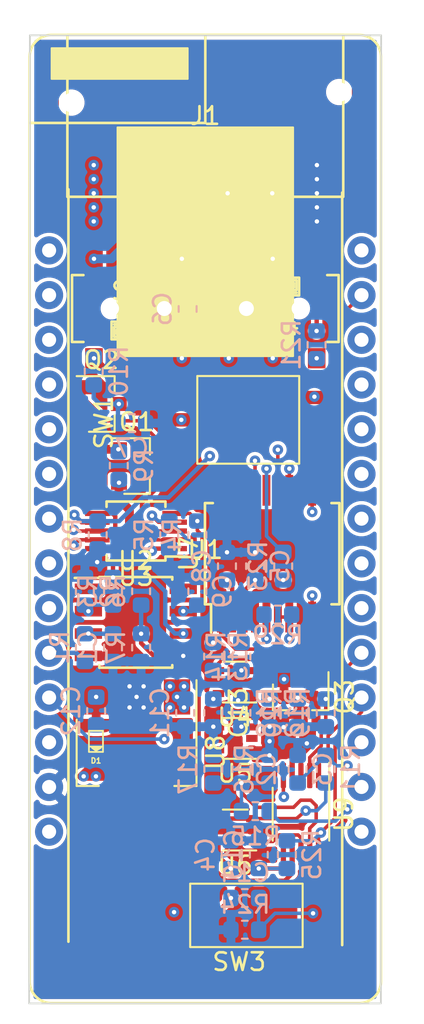
<source format=kicad_pcb>
(kicad_pcb (version 20171130) (host pcbnew "(5.1.5)-3")
  (title_block (title "IoT - Wireless Adapter - Analog IO") (date 2020-06-27) (company "RWTH - ACS") (comment 1 "Author: Carlo Guarnieri Calò Carducci") (comment 2 "email: cguarnieri@eonerc.rwth-aachen.de"))
  (layers (0 F.Cu signal) (1 In1.Cu signal) (2 In2.Cu signal) (31 B.Cu signal) (34 B.Paste user) (35 F.Paste user) (36 B.SilkS user) (37 F.SilkS user) (38 B.Mask user) (39 F.Mask user) (44 Edge.Cuts user))
  (net 0 "")
  (net 1 "Net-(C1-Pad1)")
  (net 2 GND)
  (net 3 /AI/Vcal)
  (net 4 GNDA)
  (net 5 /ADC_AI)
  (net 6 +3V3)
  (net 7 /RTDIN-)
  (net 8 /RTDIN+)
  (net 9 "Net-(C7-Pad1)")
  (net 10 +24V)
  (net 11 "Net-(C12-Pad1)")
  (net 12 +5V)
  (net 13 "Net-(Q1-Pad1)")
  (net 14 "Net-(Q1-Pad2)")
  (net 15 "Net-(Q1-Pad3)")
  (net 16 "Net-(Q3-Pad1)")
  (net 17 /XTR111_PWM)
  (net 18 "Net-(R2-Pad1)")
  (net 19 "Net-(R3-Pad1)")
  (net 20 "Net-(R4-Pad2)")
  (net 21 /AI/AOCAL)
  (net 22 "Net-(R8-Pad1)")
  (net 23 /AO)
  (net 24 "Net-(R11-Pad1)")
  (net 25 "Net-(R13-Pad1)")
  (net 26 /OFFSET_DAC)
  (net 27 /CAL_GPIO)
  (net 28 "Net-(R17-Pad1)")
  (net 29 "Net-(R19-Pad1)")
  (net 30 "Net-(R20-Pad1)")
  (net 31 "Net-(R21-Pad2)")
  (net 32 "Net-(R21-Pad1)")
  (net 33 /SCK_SENSOR)
  (net 34 /MOSI_SENSOR)
  (net 35 /MISO_SENSOR)
  (net 36 /CS_SENSOR)
  (net 37 /DRDY_SENSOR)
  (net 38 "Net-(R29-Pad1)")
  (net 39 "Net-(R29-Pad2)")
  (net 40 /IFORCE-)
  (net 41 /IFORCE+)
  (net 42 /AI)
  (net 43 /XTR111_EF)
  (net 44 /XTR111_OD)
  (net 45 /MUX_A0)
  (net 46 /MUX_A1)
  (net 47 "Net-(U6-Pad1)")
  (net 48 "Net-(U7-Pad20)")
  (net 49 "Net-(C14-Pad2)")
  (net 50 "Net-(C14-Pad1)")
  (net 51 /AO/VREGF)
  (net 52 "Net-(J1-Pad4)")
  (net 53 "Net-(J1-Pad5)")
  (net 54 /TX0)
  (net 55 /RX0)
  (net 56 /RST)
  (net 57 /WIFI_ANT)
  (net 58 "Net-(U1-Pad22)")
  (net 59 "Net-(U1-Pad21)")
  (net 60 "Net-(U1-Pad20)")
  (net 61 "Net-(U1-Pad19)")
  (net 62 "Net-(U1-Pad9)")
  (net 63 "Net-(U1-Pad8)")
  (net 64 "Net-(U1-Pad7)")
  (module Footprint:416131160803 (layer F.Cu) (at 183.8 81 270)
    (fp_text reference SW1 (at 0.14596 8.21804 270) (layer F.SilkS))
    (fp_text value SW_3PST)
    (pad 3 connect rect (at 0 3.81 270) (size 0.76 1.27) (layers F.Cu F.Mask) (net 41 /IFORCE+))
    (pad 5 connect rect (at 1.27 3.81 270) (size 0.76 1.27) (layers F.Cu F.Mask) (net 40 /IFORCE-))
    (pad 6 connect rect (at 1.27 -3.81 270) (size 0.76 1.27) (layers F.Cu F.Mask) (net 7 /RTDIN-))
    (pad 4 connect rect (at 0 -3.81 270) (size 0.76 1.27) (layers F.Cu F.Mask) (net 8 /RTDIN+))
    (pad 2 connect rect (at -1.27 -3.81 270) (size 0.76 1.27) (layers F.Cu F.Mask) (net 22 "Net-(R8-Pad1)"))
    (pad 1 connect rect (at -1.27 3.81 270) (size 0.76 1.27) (layers F.Cu F.Mask) (net 23 /AO))
  )
  (module Resistor_SMD:R_0603_1608Metric (layer B.Cu) (at 185.78944 89.31148 270)
    (fp_text reference R23 (at 0 1.43 90) (layer B.SilkS) (effects (justify mirror)))
    (fp_text value 4.7k)
    (pad 2 smd roundrect (at 0.7875 0 270) (size 0.875 0.95) (layers B.Cu B.Paste B.Mask) (net 6 +3V3))
    (pad 1 smd roundrect (at -0.7875 0 270) (size 0.875 0.95) (layers B.Cu B.Paste B.Mask) (net 36 /CS_SENSOR))
  )
  (module Footprint:BAS52 (layer F.Cu) (at 175.133 99.2632)
    (fp_text reference D1 (at 0 1.1 180) (layer F.SilkS) (effects (font (size 0.3 0.3) (thickness 0.075))))
    (fp_text value D_Schottky)
    (pad 1 smd rect (at 0 0.675) (size 0.35 0.35) (layers F.Cu F.Paste F.Mask) (net 12 +5V))
    (pad 2 smd rect (at 0 -0.675) (size 0.35 0.35) (layers F.Cu F.Paste F.Mask) (net 11 "Net-(C12-Pad1)"))
  )
  (module Package_TO_SOT_SMD:SOT-23 (layer F.Cu) (at 186.78652 96.73336 270)
    (fp_text reference Q3 (at 0 -2.5 270) (layer F.SilkS))
    (fp_text value SI2302)
    (pad 1 smd rect (at -1 -0.95 270) (size 0.9 0.8) (layers F.Cu F.Paste F.Mask) (net 16 "Net-(Q3-Pad1)"))
    (pad 2 smd rect (at -1 0.95 270) (size 0.9 0.8) (layers F.Cu F.Paste F.Mask) (net 2 GND))
    (pad 3 smd rect (at 1 0 270) (size 0.9 0.8) (layers F.Cu F.Paste F.Mask) (net 4 GNDA))
  )
  (module Package_TO_SOT_SMD:SOT-353_SC-70-5 (layer F.Cu) (at 183.05522 99.0954 180)
    (fp_text reference U5 (at 0 -2 180) (layer F.SilkS))
    (fp_text value LM4040DCK-2.0)
    (pad 1 smd rect (at -0.95 -0.65 180) (size 0.65 0.4) (layers F.Cu F.Paste F.Mask) (net 4 GNDA))
    (pad 3 smd rect (at -0.95 0.65 180) (size 0.65 0.4) (layers F.Cu F.Paste F.Mask) (net 28 "Net-(R17-Pad1)"))
    (pad 2 smd rect (at -0.95 0 180) (size 0.65 0.4) (layers F.Cu F.Paste F.Mask))
    (pad 4 smd rect (at 0.95 0.65 180) (size 0.65 0.4) (layers F.Cu F.Paste F.Mask))
    (pad 5 smd rect (at 0.95 -0.65 180) (size 0.65 0.4) (layers F.Cu F.Paste F.Mask))
  )
  (module Resistor_SMD:R_0603_1608Metric (layer B.Cu) (at 183.41146 97.64268 90)
    (fp_text reference R18 (at 0 1.43 90) (layer B.SilkS) (effects (justify mirror)))
    (fp_text value 500)
    (pad 2 smd roundrect (at 0.7875 0 90) (size 0.875 0.95) (layers B.Cu B.Paste B.Mask) (net 6 +3V3))
    (pad 1 smd roundrect (at -0.7875 0 90) (size 0.875 0.95) (layers B.Cu B.Paste B.Mask) (net 28 "Net-(R17-Pad1)"))
  )
  (module Capacitor_SMD:C_0603_1608Metric (layer B.Cu) (at 186.61146 100.84268 90)
    (fp_text reference C3 (at 0 1.43 270) (layer B.SilkS) (effects (justify mirror)))
    (fp_text value 1u)
    (pad 2 smd roundrect (at 0.7875 0 90) (size 0.875 0.95) (layers B.Cu B.Paste B.Mask) (net 2 GND))
    (pad 1 smd roundrect (at -0.7875 0 90) (size 0.875 0.95) (layers B.Cu B.Paste B.Mask) (net 5 /ADC_AI))
  )
  (module Resistor_SMD:R_0603_1608Metric (layer B.Cu) (at 185.4835 92.0625)
    (fp_text reference R29 (at 0 1.17 -180) (layer B.SilkS) (effects (justify mirror)))
    (fp_text value "400 0.1%")
    (pad 2 smd roundrect (at 0.7875 0) (size 0.875 0.95) (layers B.Cu B.Paste B.Mask) (net 39 "Net-(R29-Pad2)"))
    (pad 1 smd roundrect (at -0.7875 0) (size 0.875 0.95) (layers B.Cu B.Paste B.Mask) (net 38 "Net-(R29-Pad1)"))
  )
  (module Resistor_SMD:R_0603_1608Metric (layer B.Cu) (at 181.8 94.44268 90)
    (fp_text reference R13 (at 0 1.43 90) (layer B.SilkS) (effects (justify mirror)))
    (fp_text value 33k)
    (pad 2 smd roundrect (at 0.7875 0 90) (size 0.875 0.95) (layers B.Cu B.Paste B.Mask) (net 26 /OFFSET_DAC))
    (pad 1 smd roundrect (at -0.7875 0 90) (size 0.875 0.95) (layers B.Cu B.Paste B.Mask) (net 25 "Net-(R13-Pad1)"))
  )
  (module Resistor_SMD:R_0603_1608Metric (layer B.Cu) (at 181.81146 100.84268 270)
    (fp_text reference R17 (at 0 1.43 270) (layer B.SilkS) (effects (justify mirror)))
    (fp_text value "2.2k 0.1%")
    (pad 2 smd roundrect (at 0.7875 0 270) (size 0.875 0.95) (layers B.Cu B.Paste B.Mask) (net 3 /AI/Vcal))
    (pad 1 smd roundrect (at -0.7875 0 270) (size 0.875 0.95) (layers B.Cu B.Paste B.Mask) (net 28 "Net-(R17-Pad1)"))
  )
  (module Resistor_SMD:R_0603_1608Metric (layer B.Cu) (at 188.21146 97.64268 270)
    (fp_text reference R19 (at 0 1.43 90) (layer B.SilkS) (effects (justify mirror)))
    (fp_text value "3.3k 0.1%")
    (pad 2 smd roundrect (at 0.7875 0 270) (size 0.875 0.95) (layers B.Cu B.Paste B.Mask) (net 4 GNDA))
    (pad 1 smd roundrect (at -0.7875 0 270) (size 0.875 0.95) (layers B.Cu B.Paste B.Mask) (net 29 "Net-(R19-Pad1)"))
  )
  (module Resistor_SMD:R_0603_1608Metric (layer B.Cu) (at 186.61146 97.64268 270)
    (fp_text reference R20 (at 0 1.43 270) (layer B.SilkS) (effects (justify mirror)))
    (fp_text value "45.3 0.1%")
    (pad 2 smd roundrect (at 0.7875 0 270) (size 0.875 0.95) (layers B.Cu B.Paste B.Mask) (net 4 GNDA))
    (pad 1 smd roundrect (at -0.7875 0 270) (size 0.875 0.95) (layers B.Cu B.Paste B.Mask) (net 30 "Net-(R20-Pad1)"))
  )
  (module Resistor_SMD:R_0603_1608Metric (layer B.Cu) (at 185.01146 97.64268 90)
    (fp_text reference R12 (at 0 1.43 90) (layer B.SilkS) (effects (justify mirror)))
    (fp_text value 3.3k)
    (pad 2 smd roundrect (at 0.7875 0 90) (size 0.875 0.95) (layers B.Cu B.Paste B.Mask) (net 6 +3V3))
    (pad 1 smd roundrect (at -0.7875 0 90) (size 0.875 0.95) (layers B.Cu B.Paste B.Mask) (net 4 GNDA))
  )
  (module Resistor_SMD:R_0603_1608Metric (layer B.Cu) (at 187.68822 76.73838 270)
    (fp_text reference R21 (at 0 1.43 270) (layer B.SilkS) (effects (justify mirror)))
    (fp_text value "33k 0.1%")
    (pad 2 smd roundrect (at 0.7875 0 270) (size 0.875 0.95) (layers B.Cu B.Paste B.Mask) (net 31 "Net-(R21-Pad2)"))
    (pad 1 smd roundrect (at -0.7875 0 270) (size 0.875 0.95) (layers B.Cu B.Paste B.Mask) (net 32 "Net-(R21-Pad1)"))
  )
  (module Resistor_SMD:R_0603_1608Metric (layer B.Cu) (at 185.01146 100.84268 270)
    (fp_text reference R16 (at 0 1.43 270) (layer B.SilkS) (effects (justify mirror)))
    (fp_text value "1k 0.1%")
    (pad 2 smd roundrect (at 0.7875 0 270) (size 0.875 0.95) (layers B.Cu B.Paste B.Mask) (net 3 /AI/Vcal))
    (pad 1 smd roundrect (at -0.7875 0 270) (size 0.875 0.95) (layers B.Cu B.Paste B.Mask) (net 4 GNDA))
  )
  (module Resistor_SMD:R_0603_1608Metric (layer B.Cu) (at 183.41146 94.44268 270)
    (fp_text reference R14 (at 0 1.43 270) (layer B.SilkS) (effects (justify mirror)))
    (fp_text value 3.3k)
    (pad 2 smd roundrect (at 0.7875 0 270) (size 0.875 0.95) (layers B.Cu B.Paste B.Mask) (net 25 "Net-(R13-Pad1)"))
    (pad 1 smd roundrect (at -0.7875 0 270) (size 0.875 0.95) (layers B.Cu B.Paste B.Mask) (net 2 GND))
  )
  (module Resistor_SMD:R_0603_1608Metric (layer B.Cu) (at 175.23206 87.5411 270)
    (fp_text reference R8 (at 0 1.43 270) (layer B.SilkS) (effects (justify mirror)))
    (fp_text value "4990  0.1%")
    (pad 2 smd roundrect (at 0.7875 0 270) (size 0.875 0.95) (layers B.Cu B.Paste B.Mask) (net 2 GND))
    (pad 1 smd roundrect (at -0.7875 0 270) (size 0.875 0.95) (layers B.Cu B.Paste B.Mask) (net 22 "Net-(R8-Pad1)"))
  )
  (module Resistor_SMD:R_0603_1608Metric (layer B.Cu) (at 188.21146 100.84268 90)
    (fp_text reference R11 (at 0 1.43 90) (layer B.SilkS) (effects (justify mirror)))
    (fp_text value 10k)
    (pad 2 smd roundrect (at 0.7875 0 90) (size 0.875 0.95) (layers B.Cu B.Paste B.Mask) (net 5 /ADC_AI))
    (pad 1 smd roundrect (at -0.7875 0 90) (size 0.875 0.95) (layers B.Cu B.Paste B.Mask) (net 24 "Net-(R11-Pad1)"))
  )
  (module Resistor_SMD:R_0603_1608Metric (layer B.Cu) (at 174.50308 90.73682 90)
    (fp_text reference R2 (at 0 1.43 -90) (layer B.SilkS) (effects (justify mirror)))
    (fp_text value "4.7k 0.1%")
    (pad 2 smd roundrect (at 0.7875 0 90) (size 0.875 0.95) (layers B.Cu B.Paste B.Mask) (net 2 GND))
    (pad 1 smd roundrect (at -0.7875 0 90) (size 0.875 0.95) (layers B.Cu B.Paste B.Mask) (net 18 "Net-(R2-Pad1)"))
  )
  (module Resistor_SMD:R_0603_1608Metric (layer B.Cu) (at 176.10308 90.73682 270)
    (fp_text reference R3 (at 0 1.43 90) (layer B.SilkS) (effects (justify mirror)))
    (fp_text value "10k 0.1%")
    (pad 2 smd roundrect (at 0.7875 0 270) (size 0.875 0.95) (layers B.Cu B.Paste B.Mask) (net 18 "Net-(R2-Pad1)"))
    (pad 1 smd roundrect (at -0.7875 0 270) (size 0.875 0.95) (layers B.Cu B.Paste B.Mask) (net 19 "Net-(R3-Pad1)"))
  )
  (module Resistor_SMD:R_0603_1608Metric (layer B.Cu) (at 177.70308 93.93682 270)
    (fp_text reference R7 (at 0 1.43 90) (layer B.SilkS) (effects (justify mirror)))
    (fp_text value "3.3k 0.1%")
    (pad 2 smd roundrect (at 0.7875 0 270) (size 0.875 0.95) (layers B.Cu B.Paste B.Mask) (net 2 GND))
    (pad 1 smd roundrect (at -0.7875 0 270) (size 0.875 0.95) (layers B.Cu B.Paste B.Mask) (net 21 /AI/AOCAL))
  )
  (module Resistor_SMD:R_0603_1608Metric (layer B.Cu) (at 177.70308 90.73682 270)
    (fp_text reference R6 (at 0 1.43 270) (layer B.SilkS) (effects (justify mirror)))
    (fp_text value "33k 0.1%")
    (pad 2 smd roundrect (at 0.7875 0 270) (size 0.875 0.95) (layers B.Cu B.Paste B.Mask) (net 21 /AI/AOCAL))
    (pad 1 smd roundrect (at -0.7875 0 270) (size 0.875 0.95) (layers B.Cu B.Paste B.Mask) (net 19 "Net-(R3-Pad1)"))
  )
  (module Resistor_SMD:R_0603_1608Metric (layer B.Cu) (at 176.43382 83.6 90)
    (fp_text reference R9 (at 0 1.43 -90) (layer B.SilkS) (effects (justify mirror)))
    (fp_text value 15)
    (pad 2 smd roundrect (at 0.7875 0 90) (size 0.875 0.95) (layers B.Cu B.Paste B.Mask) (net 13 "Net-(Q1-Pad1)"))
    (pad 1 smd roundrect (at -0.7875 0 90) (size 0.875 0.95) (layers B.Cu B.Paste B.Mask) (net 14 "Net-(Q1-Pad2)"))
  )
  (module Resistor_SMD:R_0603_1608Metric (layer B.Cu) (at 184.2008 103.2254)
    (fp_text reference R15 (at 0 1.43) (layer B.SilkS) (effects (justify mirror)))
    (fp_text value "600 0.1%")
    (pad 2 smd roundrect (at 0.7875 0) (size 0.875 0.95) (layers B.Cu B.Paste B.Mask) (net 27 /CAL_GPIO))
    (pad 1 smd roundrect (at -0.7875 0) (size 0.875 0.95) (layers B.Cu B.Paste B.Mask) (net 3 /AI/Vcal))
  )
  (module Resistor_SMD:R_0603_1608Metric (layer B.Cu) (at 174.50308 93.93682 270)
    (fp_text reference R1 (at 0 1.43 270) (layer B.SilkS) (effects (justify mirror)))
    (fp_text value 10k)
    (pad 2 smd roundrect (at 0.7875 0 270) (size 0.875 0.95) (layers B.Cu B.Paste B.Mask) (net 17 /XTR111_PWM))
    (pad 1 smd roundrect (at -0.7875 0 270) (size 0.875 0.95) (layers B.Cu B.Paste B.Mask) (net 1 "Net-(C1-Pad1)"))
  )
  (module Resistor_SMD:R_0603_1608Metric (layer B.Cu) (at 180.90308 87.53682 270)
    (fp_text reference R4 (at 0 1.43 270) (layer B.SilkS) (effects (justify mirror)))
    (fp_text value "22k ")
    (pad 2 smd roundrect (at 0.7875 0 270) (size 0.875 0.95) (layers B.Cu B.Paste B.Mask) (net 20 "Net-(R4-Pad2)"))
    (pad 1 smd roundrect (at -0.7875 0 270) (size 0.875 0.95) (layers B.Cu B.Paste B.Mask) (net 51 /AO/VREGF))
  )
  (module Resistor_SMD:R_0603_1608Metric (layer B.Cu) (at 175.006 78.232 90)
    (fp_text reference R10 (at 0 1.43 90) (layer B.SilkS) (effects (justify mirror)))
    (fp_text value 15)
    (pad 2 smd roundrect (at 0.7875 0 90) (size 0.875 0.95) (layers B.Cu B.Paste B.Mask) (net 23 /AO))
    (pad 1 smd roundrect (at -0.7875 0 90) (size 0.875 0.95) (layers B.Cu B.Paste B.Mask) (net 9 "Net-(C7-Pad1)"))
  )
  (module Resistor_SMD:R_0603_1608Metric (layer B.Cu) (at 179.30308 87.53682 270)
    (fp_text reference R5 (at 0 1.43 90) (layer B.SilkS) (effects (justify mirror)))
    (fp_text value 8.2k)
    (pad 2 smd roundrect (at 0.7875 0 270) (size 0.875 0.95) (layers B.Cu B.Paste B.Mask) (net 2 GND))
    (pad 1 smd roundrect (at -0.7875 0 270) (size 0.875 0.95) (layers B.Cu B.Paste B.Mask) (net 20 "Net-(R4-Pad2)"))
  )
  (module Resistor_SMD:R_0603_1608Metric (layer B.Cu) (at 183.6039 109.96422 180)
    (fp_text reference R24 (at 0 1.43 180) (layer B.SilkS) (effects (justify mirror)))
    (fp_text value 10k)
    (pad 2 smd roundrect (at 0.7875 0 180) (size 0.875 0.95) (layers B.Cu B.Paste B.Mask) (net 2 GND))
    (pad 1 smd roundrect (at -0.7875 0 180) (size 0.875 0.95) (layers B.Cu B.Paste B.Mask) (net 50 "Net-(C14-Pad1)"))
  )
  (module Resistor_SMD:R_0603_1608Metric (layer B.Cu) (at 183.6039 108.16422 180)
    (fp_text reference C14 (at 0 1.43 180) (layer B.SilkS) (effects (justify mirror)))
    (fp_text value 100n)
    (pad 2 smd roundrect (at 0.7875 0 180) (size 0.875 0.95) (layers B.Cu B.Paste B.Mask) (net 49 "Net-(C14-Pad2)"))
    (pad 1 smd roundrect (at -0.7875 0 180) (size 0.875 0.95) (layers B.Cu B.Paste B.Mask) (net 50 "Net-(C14-Pad1)"))
  )
  (module Footprint:XW4L-06A1-H1 (layer F.Cu) (at 181.356 63.7286)
    (fp_text reference J1 (at 0 0) (layer F.SilkS))
    (fp_text value Conn_01x06)
    (pad 5 smd rect (at -3.81 4.4) (size 1.3 4.7) (layers F.Cu F.Paste F.Mask) (net 53 "Net-(J1-Pad5)"))
    (pad 4 smd rect (at -1.27 4.4) (size 1.3 4.7) (layers F.Cu F.Paste F.Mask) (net 52 "Net-(J1-Pad4)"))
    (pad 3 smd rect (at 1.27 4.4) (size 1.3 4.7) (layers F.Cu F.Paste F.Mask) (net 41 /IFORCE+))
    (pad 2 smd rect (at 3.81 4.4) (size 1.3 4.7) (layers F.Cu F.Paste F.Mask) (net 40 /IFORCE-))
    (pad "" smd rect (at -8.89 -0.75) (size 1.1 6) (layers F.Cu F.Paste F.Mask))
    (pad "" smd rect (at 8.89 -0.75) (size 1.1 6) (layers F.Cu F.Paste F.Mask))
    (pad "" np_thru_hole circle (at -7.62 -0.75) (size 1.1 1.1) (drill 1.1) (layers *.Cu *.Mask))
    (pad "" np_thru_hole circle (at 7.62 -1.35) (size 1.1 1.1) (drill 1.1) (layers *.Cu *.Mask))
    (pad 6 smd rect (at -6.35 4.4) (size 1.3 4.7) (layers F.Cu F.Paste F.Mask) (net 10 +24V))
    (pad 1 smd rect (at 6.35 4.4) (size 1.3 4.7) (layers F.Cu F.Paste F.Mask) (net 2 GND))
  )
  (module Footprint:AYZ0202AGRL (layer F.Cu) (at 185.19394 74.676 180)
    (fp_text reference SW4 (at 0 -1 180) (layer F.SilkS))
    (fp_text value SW_DPDT_x2)
    (pad "" np_thru_hole circle (at 1.5 0 180) (size 0.85 0.85) (drill 0.85) (layers *.Cu *.Mask))
    (pad 1 smd rect (at -2.5 -2.825 180) (size 1 1.15) (layers F.Cu F.Paste F.Mask) (net 31 "Net-(R21-Pad2)"))
    (pad 2 smd rect (at 0 -2.825 180) (size 1 1.15) (layers F.Cu F.Paste F.Mask) (net 29 "Net-(R19-Pad1)"))
    (pad 3 smd rect (at 2.5 -2.825 180) (size 1 1.15) (layers F.Cu F.Paste F.Mask) (net 30 "Net-(R20-Pad1)"))
    (pad 4 smd rect (at -2.5 2.825 180) (size 1 1.15) (layers F.Cu F.Paste F.Mask) (net 32 "Net-(R21-Pad1)"))
    (pad 5 smd rect (at 0 2.825 180) (size 1 1.15) (layers F.Cu F.Paste F.Mask) (net 42 /AI))
    (pad 6 smd rect (at 2.5 2.825 180) (size 1 1.15) (layers F.Cu F.Paste F.Mask) (net 30 "Net-(R20-Pad1)"))
    (pad "" np_thru_hole circle (at -1.5 0 180) (size 0.85 0.85) (drill 0.85) (layers *.Cu *.Mask))
  )
  (module Package_TO_SOT_SMD:SOT-353_SC-70-5 (layer F.Cu) (at 183.05522 95.8954 180)
    (fp_text reference U4 (at 0 -2 180) (layer F.SilkS))
    (fp_text value TLV333IDCKR)
    (pad 5 smd rect (at 0.95 -0.65 180) (size 0.65 0.4) (layers F.Cu F.Paste F.Mask) (net 6 +3V3))
    (pad 4 smd rect (at 0.95 0.65 180) (size 0.65 0.4) (layers F.Cu F.Paste F.Mask) (net 16 "Net-(Q3-Pad1)"))
    (pad 2 smd rect (at -0.95 0 180) (size 0.65 0.4) (layers F.Cu F.Paste F.Mask) (net 2 GND))
    (pad 3 smd rect (at -0.95 0.65 180) (size 0.65 0.4) (layers F.Cu F.Paste F.Mask) (net 25 "Net-(R13-Pad1)"))
    (pad 1 smd rect (at -0.95 -0.65 180) (size 0.65 0.4) (layers F.Cu F.Paste F.Mask) (net 4 GNDA))
  )
  (module Package_SO:SOIC-8_3.9x4.9mm_P1.27mm (layer F.Cu) (at 177.40122 92.50426)
    (fp_text reference U2 (at 0 -3.5 180) (layer F.SilkS))
    (fp_text value TLV07IDR)
    (pad 8 smd rect (at 2.7 -1.905) (size 1.55 0.6) (layers F.Cu F.Paste F.Mask))
    (pad 7 smd rect (at 2.7 -0.635) (size 1.55 0.6) (layers F.Cu F.Paste F.Mask) (net 51 /AO/VREGF))
    (pad 6 smd rect (at 2.7 0.635) (size 1.55 0.6) (layers F.Cu F.Paste F.Mask) (net 19 "Net-(R3-Pad1)"))
    (pad 5 smd rect (at 2.7 1.905) (size 1.55 0.6) (layers F.Cu F.Paste F.Mask))
    (pad 4 smd rect (at -2.7 1.905) (size 1.55 0.6) (layers F.Cu F.Paste F.Mask) (net 2 GND))
    (pad 3 smd rect (at -2.7 0.635) (size 1.55 0.6) (layers F.Cu F.Paste F.Mask) (net 1 "Net-(C1-Pad1)"))
    (pad 2 smd rect (at -2.7 -0.635) (size 1.55 0.6) (layers F.Cu F.Paste F.Mask) (net 18 "Net-(R2-Pad1)"))
    (pad 1 smd rect (at -2.7 -1.905) (size 1.55 0.6) (layers F.Cu F.Paste F.Mask))
  )
  (module Capacitor_SMD:C_0603_1608Metric (layer B.Cu) (at 175.1444 97.536 270)
    (fp_text reference C12 (at 0 1.43 270) (layer B.SilkS) (effects (justify mirror)))
    (fp_text value 100n)
    (pad 2 smd roundrect (at 0.7875 0 270) (size 0.875 0.95) (layers B.Cu B.Paste B.Mask) (net 2 GND))
    (pad 1 smd roundrect (at -0.7875 0 270) (size 0.875 0.95) (layers B.Cu B.Paste B.Mask) (net 11 "Net-(C12-Pad1)"))
  )
  (module Capacitor_SMD:C_0603_1608Metric (layer B.Cu) (at 181.81146 97.64268 90)
    (fp_text reference C13 (at 0 1.43 90) (layer F.SilkS))
    (fp_text value 100n)
    (pad 1 smd roundrect (at -0.7875 0 90) (size 0.875 0.95) (layers B.Cu B.Paste B.Mask) (net 2 GND))
    (pad 2 smd roundrect (at 0.7875 0 90) (size 0.875 0.95) (layers B.Cu B.Paste B.Mask) (net 6 +3V3))
  )
  (module Capacitor_SMD:C_0603_1608Metric (layer B.Cu) (at 180.21146 97.64268 270)
    (fp_text reference C11 (at 0 1.43 270) (layer B.SilkS) (effects (justify mirror)))
    (fp_text value 220n)
    (pad 1 smd roundrect (at -0.7875 0 270) (size 0.875 0.95) (layers B.Cu B.Paste B.Mask) (net 10 +24V))
    (pad 2 smd roundrect (at 0.7875 0 270) (size 0.875 0.95) (layers B.Cu B.Paste B.Mask) (net 2 GND))
  )
  (module Capacitor_SMD:C_0603_1608Metric (layer B.Cu) (at 184.4 105.7 270)
    (fp_text reference C10 (at 0 1.43 270) (layer B.SilkS) (effects (justify mirror)))
    (fp_text value 100n)
    (pad 1 smd roundrect (at -0.7875 0 270) (size 0.875 0.95) (layers B.Cu B.Paste B.Mask) (net 2 GND))
    (pad 2 smd roundrect (at 0.7875 0 270) (size 0.875 0.95) (layers B.Cu B.Paste B.Mask) (net 6 +3V3))
  )
  (module Capacitor_SMD:C_0603_1608Metric (layer B.Cu) (at 182.58944 89.31148 270)
    (fp_text reference C8 (at 0 1.43 270) (layer B.SilkS) (effects (justify mirror)))
    (fp_text value 100n)
    (pad 2 smd roundrect (at 0.7875 0 270) (size 0.875 0.95) (layers B.Cu B.Paste B.Mask) (net 6 +3V3))
    (pad 1 smd roundrect (at -0.7875 0 270) (size 0.875 0.95) (layers B.Cu B.Paste B.Mask) (net 2 GND))
  )
  (module Capacitor_SMD:C_0603_1608Metric (layer B.Cu) (at 183.41146 100.84268 90)
    (fp_text reference C2 (at 0 1.43 90) (layer B.SilkS) (effects (justify mirror)))
    (fp_text value 100n)
    (pad 2 smd roundrect (at 0.7875 0 90) (size 0.875 0.95) (layers B.Cu B.Paste B.Mask) (net 4 GNDA))
    (pad 1 smd roundrect (at -0.7875 0 90) (size 0.875 0.95) (layers B.Cu B.Paste B.Mask) (net 3 /AI/Vcal))
  )
  (module Capacitor_SMD:C_0603_1608Metric (layer B.Cu) (at 176.10308 93.93682 270)
    (fp_text reference C1 (at 0 1.43 90) (layer B.SilkS) (effects (justify mirror)))
    (fp_text value 1u)
    (pad 2 smd roundrect (at 0.7875 0 270) (size 0.875 0.95) (layers B.Cu B.Paste B.Mask) (net 2 GND))
    (pad 1 smd roundrect (at -0.7875 0 270) (size 0.875 0.95) (layers B.Cu B.Paste B.Mask) (net 1 "Net-(C1-Pad1)"))
  )
  (module Capacitor_SMD:C_0603_1608Metric (layer B.Cu) (at 184.18944 89.31148 90)
    (fp_text reference C5 (at 0 1.43 90) (layer B.SilkS) (effects (justify mirror)))
    (fp_text value 100n)
    (pad 1 smd roundrect (at -0.7875 0 90) (size 0.875 0.95) (layers B.Cu B.Paste B.Mask) (net 6 +3V3))
    (pad 2 smd roundrect (at 0.7875 0 90) (size 0.875 0.95) (layers B.Cu B.Paste B.Mask) (net 2 GND))
  )
  (module Capacitor_SMD:C_0603_1608Metric (layer B.Cu) (at 177.17262 81.18544)
    (fp_text reference C7 (at 0 1.43 -180) (layer B.SilkS) (effects (justify mirror)))
    (fp_text value 10n)
    (pad 2 smd roundrect (at 0.7875 0) (size 0.875 0.95) (layers B.Cu B.Paste B.Mask) (net 2 GND))
    (pad 1 smd roundrect (at -0.7875 0) (size 0.875 0.95) (layers B.Cu B.Paste B.Mask) (net 9 "Net-(C7-Pad1)"))
  )
  (module Capacitor_SMD:C_0603_1608Metric (layer B.Cu) (at 180.35 74.7 270)
    (fp_text reference C6 (at 0 1.43 270) (layer B.SilkS) (effects (justify mirror)))
    (fp_text value 1u)
    (pad 1 smd roundrect (at -0.7875 0 270) (size 0.875 0.95) (layers B.Cu B.Paste B.Mask) (net 8 /RTDIN+))
    (pad 2 smd roundrect (at 0.7875 0 270) (size 0.875 0.95) (layers B.Cu B.Paste B.Mask) (net 7 /RTDIN-))
  )
  (module Capacitor_SMD:C_0603_1608Metric (layer B.Cu) (at 180.90308 90.73682 90)
    (fp_text reference C9 (at 0 1.43 90) (layer B.SilkS) (effects (justify mirror)))
    (fp_text value 100n)
    (pad 1 smd roundrect (at -0.7875 0 90) (size 0.875 0.95) (layers B.Cu B.Paste B.Mask) (net 51 /AO/VREGF))
    (pad 2 smd roundrect (at 0.7875 0 90) (size 0.875 0.95) (layers B.Cu B.Paste B.Mask) (net 2 GND))
  )
  (module Package_SO:VSSOP-10_3x3mm_P0.5mm (layer F.Cu) (at 186.79922 103.40086 270)
    (fp_text reference U9 (at 0 -2.45 90) (layer F.SilkS))
    (fp_text value TMUX1204)
    (pad 1 smd roundrect (at -2.2 -1 270) (size 1.45 0.3) (layers F.Cu F.Paste F.Mask) (net 45 /MUX_A0))
    (pad 2 smd roundrect (at -2.2 -0.5 270) (size 1.45 0.3) (layers F.Cu F.Paste F.Mask) (net 29 "Net-(R19-Pad1)"))
    (pad 3 smd roundrect (at -2.2 0 270) (size 1.45 0.3) (layers F.Cu F.Paste F.Mask) (net 2 GND))
    (pad 4 smd roundrect (at -2.2 0.5 270) (size 1.45 0.3) (layers F.Cu F.Paste F.Mask) (net 4 GNDA))
    (pad 5 smd roundrect (at -2.2 1 270) (size 1.45 0.3) (layers F.Cu F.Paste F.Mask) (net 6 +3V3))
    (pad 6 smd roundrect (at 2.2 1 270) (size 1.45 0.3) (layers F.Cu F.Paste F.Mask) (net 6 +3V3))
    (pad 7 smd roundrect (at 2.2 0.5 270) (size 1.45 0.3) (layers F.Cu F.Paste F.Mask) (net 21 /AI/AOCAL))
    (pad 8 smd roundrect (at 2.2 0 270) (size 1.45 0.3) (layers F.Cu F.Paste F.Mask) (net 47 "Net-(U6-Pad1)"))
    (pad 9 smd roundrect (at 2.2 -0.5 270) (size 1.45 0.3) (layers F.Cu F.Paste F.Mask) (net 3 /AI/Vcal))
    (pad 10 smd roundrect (at 2.2 -1 270) (size 1.45 0.3) (layers F.Cu F.Paste F.Mask) (net 46 /MUX_A1))
  )
  (module Package_SO:MSOP-10_3x3mm_P0.5mm (layer F.Cu) (at 177.41138 87.31504 180)
    (fp_text reference U3 (at 0 -2.6 180) (layer F.SilkS))
    (fp_text value XTR111AIDGQR)
    (pad 10 smd rect (at 2.2 -1 180) (size 1.4 0.3) (layers F.Cu F.Paste F.Mask) (net 2 GND))
    (pad 9 smd rect (at 2.2 -0.5 180) (size 1.4 0.3) (layers F.Cu F.Paste F.Mask) (net 44 /XTR111_OD))
    (pad 8 smd rect (at 2.2 0 180) (size 1.4 0.3) (layers F.Cu F.Paste F.Mask) (net 43 /XTR111_EF))
    (pad 7 smd rect (at 2.2 0.5 180) (size 1.4 0.3) (layers F.Cu F.Paste F.Mask) (net 22 "Net-(R8-Pad1)"))
    (pad 6 smd rect (at 2.2 1 180) (size 1.4 0.3) (layers F.Cu F.Paste F.Mask) (net 19 "Net-(R3-Pad1)"))
    (pad 5 smd rect (at -2.2 1 180) (size 1.4 0.3) (layers F.Cu F.Paste F.Mask) (net 51 /AO/VREGF))
    (pad 4 smd rect (at -2.2 0.5 180) (size 1.4 0.3) (layers F.Cu F.Paste F.Mask) (net 20 "Net-(R4-Pad2)"))
    (pad 3 smd rect (at -2.2 0 180) (size 1.4 0.3) (layers F.Cu F.Paste F.Mask) (net 15 "Net-(Q1-Pad3)"))
    (pad 2 smd rect (at -2.2 -0.5 180) (size 1.4 0.3) (layers F.Cu F.Paste F.Mask) (net 14 "Net-(Q1-Pad2)"))
    (pad 1 smd rect (at -2.2 -1 180) (size 1.4 0.3) (layers F.Cu F.Paste F.Mask) (net 10 +24V))
  )
  (module Package_SO:SSOP-20_5.3x7.2mm_P0.65mm (layer F.Cu) (at 185.16092 88.60282 90)
    (fp_text reference U7 (at 0 -4.75 90) (layer F.SilkS))
    (fp_text value MAX31865)
    (pad 20 smd rect (at 3.6 -2.925 90) (size 1.75 0.45) (layers F.Cu F.Paste F.Mask) (net 48 "Net-(U7-Pad20)"))
    (pad 19 smd rect (at 3.6 -2.275 90) (size 1.75 0.45) (layers F.Cu F.Paste F.Mask) (net 2 GND))
    (pad 18 smd rect (at 3.6 -1.625 90) (size 1.75 0.45) (layers F.Cu F.Paste F.Mask) (net 2 GND))
    (pad 17 smd rect (at 3.6 -0.975 90) (size 1.75 0.45) (layers F.Cu F.Paste F.Mask) (net 35 /MISO_SENSOR))
    (pad 16 smd rect (at 3.6 -0.325 90) (size 1.75 0.45) (layers F.Cu F.Paste F.Mask) (net 36 /CS_SENSOR))
    (pad 15 smd rect (at 3.6 0.325 90) (size 1.75 0.45) (layers F.Cu F.Paste F.Mask) (net 33 /SCK_SENSOR))
    (pad 14 smd rect (at 3.6 0.975 90) (size 1.75 0.45) (layers F.Cu F.Paste F.Mask) (net 34 /MOSI_SENSOR))
    (pad 13 smd rect (at 3.6 1.625 90) (size 1.75 0.45) (layers F.Cu F.Paste F.Mask) (net 2 GND))
    (pad 12 smd rect (at 3.6 2.275 90) (size 1.75 0.45) (layers F.Cu F.Paste F.Mask) (net 40 /IFORCE-))
    (pad 11 smd rect (at 3.6 2.925 90) (size 1.75 0.45) (layers F.Cu F.Paste F.Mask) (net 7 /RTDIN-))
    (pad 10 smd rect (at -3.6 2.925 90) (size 1.75 0.45) (layers F.Cu F.Paste F.Mask) (net 8 /RTDIN+))
    (pad 9 smd rect (at -3.6 2.275 90) (size 1.75 0.45) (layers F.Cu F.Paste F.Mask) (net 41 /IFORCE+))
    (pad 8 smd rect (at -3.6 1.625 90) (size 1.75 0.45) (layers F.Cu F.Paste F.Mask) (net 41 /IFORCE+))
    (pad 7 smd rect (at -3.6 0.975 90) (size 1.75 0.45) (layers F.Cu F.Paste F.Mask) (net 39 "Net-(R29-Pad2)"))
    (pad 6 smd rect (at -3.6 0.325 90) (size 1.75 0.45) (layers F.Cu F.Paste F.Mask) (net 39 "Net-(R29-Pad2)"))
    (pad 5 smd rect (at -3.6 -0.325 90) (size 1.75 0.45) (layers F.Cu F.Paste F.Mask) (net 38 "Net-(R29-Pad1)"))
    (pad 4 smd rect (at -3.6 -0.975 90) (size 1.75 0.45) (layers F.Cu F.Paste F.Mask) (net 38 "Net-(R29-Pad1)"))
    (pad 3 smd rect (at -3.6 -1.625 90) (size 1.75 0.45) (layers F.Cu F.Paste F.Mask) (net 6 +3V3))
    (pad 2 smd rect (at -3.6 -2.275 90) (size 1.75 0.45) (layers F.Cu F.Paste F.Mask) (net 6 +3V3))
    (pad 1 smd rect (at -3.6 -2.925 90) (size 1.75 0.45) (layers F.Cu F.Paste F.Mask) (net 37 /DRDY_SENSOR))
  )
  (module Package_TO_SOT_SMD:SOT-23 (layer F.Cu) (at 177.44474 83.62258)
    (fp_text reference Q1 (at 0 -2.5) (layer F.SilkS))
    (fp_text value MMBT5087LT3G)
    (pad 1 smd rect (at -1 -0.95) (size 0.9 0.8) (layers F.Cu F.Paste F.Mask) (net 13 "Net-(Q1-Pad1)"))
    (pad 2 smd rect (at -1 0.95) (size 0.9 0.8) (layers F.Cu F.Paste F.Mask) (net 14 "Net-(Q1-Pad2)"))
    (pad 3 smd rect (at 1.0193 0) (size 0.9 0.8) (layers F.Cu F.Paste F.Mask) (net 15 "Net-(Q1-Pad3)"))
  )
  (module Package_TO_SOT_SMD:SOT-23 (layer F.Cu) (at 175.43526 80.09636)
    (fp_text reference Q2 (at 0 -2.5 180) (layer F.SilkS))
    (fp_text value ISS55EP06LMXTSA1)
    (pad 1 smd rect (at -1 -0.95) (size 0.9 0.8) (layers F.Cu F.Paste F.Mask) (net 15 "Net-(Q1-Pad3)"))
    (pad 2 smd rect (at -1 0.95) (size 0.9 0.8) (layers F.Cu F.Paste F.Mask) (net 13 "Net-(Q1-Pad1)"))
    (pad 3 smd rect (at 1 0) (size 0.9 0.8) (layers F.Cu F.Paste F.Mask) (net 9 "Net-(C7-Pad1)"))
  )
  (module Footprint:PTS636 (layer F.Cu) (at 183.69534 109.14888 180)
    (fp_text reference SW3 (at 0.41 -2.64) (layer F.SilkS))
    (fp_text value SW_Push)
    (pad 1 smd rect (at -4.1 0 180) (size 2 1.5) (layers F.Cu F.Paste F.Mask) (net 50 "Net-(C14-Pad1)"))
    (pad 2 smd rect (at 4.1 0 180) (size 2 1.5) (layers F.Cu F.Paste F.Mask) (net 49 "Net-(C14-Pad2)"))
  )
  (module Package_TO_SOT_SMD:SOT-353_SC-70-5 (layer F.Cu) (at 183.05522 104.3 180)
    (fp_text reference U6 (at 0 -2) (layer F.SilkS))
    (fp_text value TLV333IDCKR)
    (pad 1 smd rect (at -0.95 -0.65 180) (size 0.65 0.4) (layers F.Cu F.Paste F.Mask) (net 47 "Net-(U6-Pad1)"))
    (pad 3 smd rect (at -0.95 0.65 180) (size 0.65 0.4) (layers F.Cu F.Paste F.Mask) (net 24 "Net-(R11-Pad1)"))
    (pad 2 smd rect (at -0.95 0 180) (size 0.65 0.4) (layers F.Cu F.Paste F.Mask) (net 2 GND))
    (pad 4 smd rect (at 0.95 0.65 180) (size 0.65 0.4) (layers F.Cu F.Paste F.Mask) (net 24 "Net-(R11-Pad1)"))
    (pad 5 smd rect (at 0.95 -0.65 180) (size 0.65 0.4) (layers F.Cu F.Paste F.Mask) (net 6 +3V3))
  )
  (module Package_TO_SOT_SMD:SOT-223-3_TabPin2 (layer F.Cu) (at 177.4444 99.88804 270)
    (fp_text reference U8 (at 0 -4.5 90) (layer F.SilkS))
    (fp_text value LM340MP-5.0/NOPB)
    (pad 1 smd rect (at -3.15 -2.3 270) (size 2 1.5) (layers F.Cu F.Paste F.Mask) (net 10 +24V))
    (pad 3 smd rect (at -3.15 2.3 270) (size 2 1.5) (layers F.Cu F.Paste F.Mask) (net 11 "Net-(C12-Pad1)"))
    (pad 2 smd rect (at -3.15 0 270) (size 2 1.5) (layers F.Cu F.Paste F.Mask) (net 2 GND))
    (pad 2 smd rect (at 3.15 0 270) (size 2 3.8) (layers F.Cu F.Paste F.Mask) (net 2 GND))
  )
  (module Capacitor_SMD:C_0603_1608Metric (layer B.Cu) (at 182.8 105.7 270)
    (fp_text reference C4 (at 0 1.43 90) (layer B.SilkS) (effects (justify mirror)))
    (fp_text value 100n)
    (pad 2 smd roundrect (at 0.7875 0 270) (size 0.875 0.95) (layers B.Cu B.Paste B.Mask) (net 6 +3V3))
    (pad 1 smd roundrect (at -0.7875 0 270) (size 0.875 0.95) (layers B.Cu B.Paste B.Mask) (net 2 GND))
  )
  (module Footprint:AYZ0202AGRL (layer F.Cu) (at 177.5206 74.676)
    (fp_text reference SW2 (at 0 -1) (layer F.SilkS))
    (fp_text value SW_SPDT_x2)
    (pad "" np_thru_hole circle (at 1.5 0) (size 0.85 0.85) (drill 0.85) (layers *.Cu *.Mask))
    (pad 1 smd rect (at -2.5 -2.825) (size 1 1.15) (layers F.Cu F.Paste F.Mask) (net 42 /AI))
    (pad 2 smd rect (at 0 -2.825) (size 1 1.15) (layers F.Cu F.Paste F.Mask) (net 53 "Net-(J1-Pad5)"))
    (pad 3 smd rect (at 2.5 -2.825) (size 1 1.15) (layers F.Cu F.Paste F.Mask) (net 8 /RTDIN+))
    (pad 4 smd rect (at -2.5 2.825) (size 1 1.15) (layers F.Cu F.Paste F.Mask) (net 23 /AO))
    (pad 5 smd rect (at 0 2.825) (size 1 1.15) (layers F.Cu F.Paste F.Mask) (net 52 "Net-(J1-Pad4)"))
    (pad 6 smd rect (at 2.5 2.825) (size 1 1.15) (layers F.Cu F.Paste F.Mask) (net 7 /RTDIN-))
    (pad "" np_thru_hole circle (at -1.5 0) (size 0.85 0.85) (drill 0.85) (layers *.Cu *.Mask))
  )
  (module Footprint:FiPy (layer F.Cu) (at 181.356 87.884)
    (fp_text reference U1 (at 0 0.5) (layer F.SilkS))
    (fp_text value FiPy)
    (pad 28 thru_hole circle (at -8.89 16.51) (size 1.6 1.6) (drill 0.8) (layers *.Cu *.Mask) (net 12 +5V))
    (pad 27 thru_hole circle (at -8.89 13.97) (size 1.6 1.6) (drill 0.8) (layers *.Cu *.Mask) (net 2 GND))
    (pad 26 thru_hole circle (at -8.89 11.43) (size 1.6 1.6) (drill 0.8) (layers *.Cu *.Mask) (net 6 +3V3))
    (pad 25 thru_hole circle (at -8.89 8.89) (size 1.6 1.6) (drill 0.8) (layers *.Cu *.Mask) (net 33 /SCK_SENSOR))
    (pad 24 thru_hole circle (at -8.89 6.35) (size 1.6 1.6) (drill 0.8) (layers *.Cu *.Mask) (net 17 /XTR111_PWM))
    (pad 23 thru_hole circle (at -8.89 3.81) (size 1.6 1.6) (drill 0.8) (layers *.Cu *.Mask) (net 26 /OFFSET_DAC))
    (pad 22 thru_hole circle (at -8.89 1.27) (size 1.6 1.6) (drill 0.8) (layers *.Cu *.Mask) (net 58 "Net-(U1-Pad22)"))
    (pad 21 thru_hole circle (at -8.89 -1.27) (size 1.6 1.6) (drill 0.8) (layers *.Cu *.Mask) (net 59 "Net-(U1-Pad21)"))
    (pad 20 thru_hole circle (at -8.89 -3.81) (size 1.6 1.6) (drill 0.8) (layers *.Cu *.Mask) (net 60 "Net-(U1-Pad20)"))
    (pad 19 thru_hole circle (at -8.89 -6.35) (size 1.6 1.6) (drill 0.8) (layers *.Cu *.Mask) (net 61 "Net-(U1-Pad19)"))
    (pad 18 thru_hole circle (at -8.89 -8.89) (size 1.6 1.6) (drill 0.8) (layers *.Cu *.Mask) (net 43 /XTR111_EF))
    (pad 17 thru_hole circle (at -8.89 -11.43) (size 1.6 1.6) (drill 0.8) (layers *.Cu *.Mask) (net 44 /XTR111_OD))
    (pad 16 thru_hole circle (at -8.89 -13.97) (size 1.6 1.6) (drill 0.8) (layers *.Cu *.Mask) (net 49 "Net-(C14-Pad2)"))
    (pad 15 thru_hole circle (at -8.89 -16.51) (size 1.6 1.6) (drill 0.8) (layers *.Cu *.Mask) (net 5 /ADC_AI))
    (pad 14 thru_hole circle (at 8.89 -16.51) (size 1.6 1.6) (drill 0.8) (layers *.Cu *.Mask) (net 57 /WIFI_ANT))
    (pad 13 thru_hole circle (at 8.89 -13.97) (size 1.6 1.6) (drill 0.8) (layers *.Cu *.Mask) (net 37 /DRDY_SENSOR))
    (pad 12 thru_hole circle (at 8.89 -11.43) (size 1.6 1.6) (drill 0.8) (layers *.Cu *.Mask) (net 34 /MOSI_SENSOR))
    (pad 11 thru_hole circle (at 8.89 -8.89) (size 1.6 1.6) (drill 0.8) (layers *.Cu *.Mask) (net 35 /MISO_SENSOR))
    (pad 10 thru_hole circle (at 8.89 -6.35) (size 1.6 1.6) (drill 0.8) (layers *.Cu *.Mask) (net 27 /CAL_GPIO))
    (pad 9 thru_hole circle (at 8.89 -3.81) (size 1.6 1.6) (drill 0.8) (layers *.Cu *.Mask) (net 62 "Net-(U1-Pad9)"))
    (pad 8 thru_hole circle (at 8.89 -1.27) (size 1.6 1.6) (drill 0.8) (layers *.Cu *.Mask) (net 63 "Net-(U1-Pad8)"))
    (pad 7 thru_hole circle (at 8.89 1.27) (size 1.6 1.6) (drill 0.8) (layers *.Cu *.Mask) (net 64 "Net-(U1-Pad7)"))
    (pad 6 thru_hole circle (at 8.89 3.81) (size 1.6 1.6) (drill 0.8) (layers *.Cu *.Mask) (net 36 /CS_SENSOR))
    (pad 5 thru_hole circle (at 8.89 6.35) (size 1.6 1.6) (drill 0.8) (layers *.Cu *.Mask) (net 45 /MUX_A0))
    (pad 4 thru_hole circle (at 8.89 8.89) (size 1.6 1.6) (drill 0.8) (layers *.Cu *.Mask) (net 46 /MUX_A1))
    (pad 3 thru_hole circle (at 8.89 11.43) (size 1.6 1.6) (drill 0.8) (layers *.Cu *.Mask) (net 54 /TX0))
    (pad 2 thru_hole circle (at 8.89 13.97) (size 1.6 1.6) (drill 0.8) (layers *.Cu *.Mask) (net 55 /RX0))
    (pad 1 thru_hole circle (at 8.89 16.51) (size 1.6 1.6) (drill 0.8) (layers *.Cu *.Mask) (net 56 /RST))
  )
  (module Resistor_SMD:R_0603_1608Metric (layer B.Cu) (at 186 105.7 90)
    (fp_text reference R25 (at 0 1.43 90) (layer B.SilkS) (effects (justify mirror)))
    (fp_text value 10k)
    (pad 1 smd roundrect (at -0.7875 0 90) (size 0.875 0.95) (layers B.Cu B.Paste B.Mask) (net 6 +3V3))
    (pad 2 smd roundrect (at 0.7875 0 90) (size 0.875 0.95) (layers B.Cu B.Paste B.Mask) (net 46 /MUX_A1))
  )
  (gr_line (start 171.332 114.15) (end 171.3738 59.1566) (layer Edge.Cuts) (width 0.1))
  (gr_line (start 191.3472 114.15) (end 171.332 114.15) (layer Edge.Cuts) (width 0.1))
  (gr_line (start 189.146 68.09232) (end 189.146 110.83544) (layer F.SilkS) (width 0.15))
  (gr_line (start 171.3738 59.1566) (end 191.3636 59.1566) (layer Edge.Cuts) (width 0.1))
  (gr_line (start 173.566 67.90436) (end 173.566 110.6424) (layer F.SilkS) (width 0.15))
  (gr_line (start 191.3636 59.1566) (end 191.3472 114.15) (layer Edge.Cuts) (width 0.1))
  (via (at 174.70122 93.13926) (size 0.6) (drill 0.25) (layers F.Cu B.Cu) (net 1))
  (segment (start 176.09302 93.13926) (end 176.10308 93.14932) (width 0.2) (layer B.Cu) (net 1))
  (segment (start 174.71128 93.14932) (end 174.70122 93.13926) (width 0.25) (layer B.Cu) (net 1))
  (segment (start 176.10308 93.14932) (end 174.71128 93.14932) (width 0.25) (layer B.Cu) (net 1))
  (via (at 180.10122 94.40926) (size 0.6) (drill 0.25) (layers F.Cu B.Cu) (net 2))
  (via (at 187.706 68.1286) (size 0.6) (drill 0.25) (layers F.Cu B.Cu) (net 2))
  (via (at 177.4444 96.73804) (size 0.6) (drill 0.25) (layers F.Cu B.Cu) (net 2))
  (via (at 185.83652 95.73336) (size 0.6) (drill 0.25) (layers F.Cu B.Cu) (net 2))
  (via (at 187.1345 99.3775) (size 0.6) (drill 0.25) (layers F.Cu B.Cu) (net 2))
  (segment (start 186.79922 99.71278) (end 187.1345 99.3775) (width 0.2) (layer F.Cu) (net 2))
  (segment (start 186.79922 101.20086) (end 186.79922 99.71278) (width 0.2) (layer F.Cu) (net 2))
  (segment (start 186.61146 99.476276) (end 186.61146 100.05518) (width 0.2) (layer B.Cu) (net 2))
  (segment (start 187.1345 99.3775) (end 186.710236 99.3775) (width 0.2) (layer B.Cu) (net 2))
  (segment (start 186.710236 99.3775) (end 186.61146 99.476276) (width 0.2) (layer B.Cu) (net 2))
  (via (at 181.81146 98.43018) (size 0.6) (drill 0.25) (layers F.Cu B.Cu) (net 2))
  (via (at 187.706 67.3286) (size 0.6) (drill 0.25) (layers F.Cu B.Cu) (net 2))
  (via (at 187.706 66.5286) (size 0.6) (drill 0.25) (layers F.Cu B.Cu) (net 2))
  (via (at 187.706 68.9286) (size 0.6) (drill 0.25) (layers F.Cu B.Cu) (net 2))
  (via (at 187.706 69.7286) (size 0.6) (drill 0.25) (layers F.Cu B.Cu) (net 2))
  (via (at 177.8444 97.33804) (size 0.6) (drill 0.25) (layers F.Cu B.Cu) (net 2))
  (via (at 177.0444 97.33804) (size 0.6) (drill 0.25) (layers F.Cu B.Cu) (net 2))
  (via (at 177.8444 96.13804) (size 0.6) (drill 0.25) (layers F.Cu B.Cu) (net 2))
  (via (at 177.0444 96.13804) (size 0.6) (drill 0.25) (layers F.Cu B.Cu) (net 2))
  (via (at 182.58944 88.52398) (size 0.6) (drill 0.25) (layers F.Cu B.Cu) (net 2))
  (via (at 184.18944 88.52398) (size 0.6) (drill 0.25) (layers F.Cu B.Cu) (net 2))
  (via (at 175.200858 89.08083) (size 0.6) (drill 0.25) (layers F.Cu B.Cu) (net 2))
  (segment (start 175.21138 88.31504) (end 175.21138 89.070308) (width 0.2) (layer F.Cu) (net 2))
  (segment (start 175.21138 89.070308) (end 175.200858 89.08083) (width 0.2) (layer F.Cu) (net 2))
  (segment (start 174.50308 89.05758) (end 175.23206 88.3286) (width 0.5) (layer B.Cu) (net 2))
  (segment (start 174.50308 89.94932) (end 174.50308 89.05758) (width 0.5) (layer B.Cu) (net 2))
  (segment (start 174.52633 89.08083) (end 175.200858 89.08083) (width 0.5) (layer B.Cu) (net 2))
  (segment (start 174.50308 89.05758) (end 174.52633 89.08083) (width 0.5) (layer B.Cu) (net 2))
  (segment (start 181.81146 101.63018) (end 183.41146 101.63018) (width 0.2) (layer B.Cu) (net 3))
  (segment (start 183.41146 101.63018) (end 185.01146 101.63018) (width 0.25) (layer B.Cu) (net 3))
  (segment (start 185.039 101.65772) (end 185.01146 101.63018) (width 0.2) (layer B.Cu) (net 3))
  (segment (start 187.2996 105.60048) (end 187.29922 105.60086) (width 0.2) (layer F.Cu) (net 3))
  (via (at 183.41146 101.63018) (size 0.6) (drill 0.25) (layers F.Cu B.Cu) (net 3))
  (segment (start 183.41146 102.16768) (end 184.253777 103.009997) (width 0.2) (layer F.Cu) (net 3))
  (segment (start 183.41146 101.63018) (end 183.41146 102.16768) (width 0.2) (layer F.Cu) (net 3))
  (segment (start 187.29922 104.77586) (end 187.29922 105.60086) (width 0.2) (layer F.Cu) (net 3))
  (segment (start 187.29922 104.199578) (end 187.29922 104.77586) (width 0.2) (layer F.Cu) (net 3))
  (segment (start 187.666001 103.832797) (end 187.29922 104.199578) (width 0.2) (layer F.Cu) (net 3))
  (segment (start 187.666001 102.914599) (end 187.666001 103.832797) (width 0.2) (layer F.Cu) (net 3))
  (segment (start 187.356601 102.605199) (end 187.666001 102.914599) (width 0.2) (layer F.Cu) (net 3))
  (segment (start 186.785399 102.605199) (end 187.356601 102.605199) (width 0.2) (layer F.Cu) (net 3))
  (segment (start 186.380601 103.009997) (end 186.785399 102.605199) (width 0.2) (layer F.Cu) (net 3))
  (segment (start 184.253777 103.009997) (end 186.380601 103.009997) (width 0.2) (layer F.Cu) (net 3))
  (segment (start 183.4133 101.63202) (end 183.41146 101.63018) (width 0.2) (layer B.Cu) (net 3))
  (segment (start 183.4133 103.2254) (end 183.4133 101.63202) (width 0.2) (layer B.Cu) (net 3))
  (segment (start 184.98646 100.05518) (end 185.01146 100.05518) (width 0.2) (layer B.Cu) (net 4))
  (segment (start 185.05628 100.1) (end 185.01146 100.05518) (width 0.2) (layer B.Cu) (net 4))
  (segment (start 185.01146 100.05518) (end 185.01146 99.98854) (width 0.2) (layer B.Cu) (net 4))
  (segment (start 183.41146 100.05518) (end 185.01146 100.05518) (width 0.5) (layer B.Cu) (net 4))
  (segment (start 185.01146 100.05518) (end 185.01146 98.43018) (width 0.5) (layer B.Cu) (net 4))
  (segment (start 185.01146 98.43018) (end 186.61146 98.43018) (width 0.5) (layer B.Cu) (net 4))
  (segment (start 186.61146 98.43018) (end 188.21146 98.43018) (width 0.5) (layer B.Cu) (net 4))
  (via (at 185.01146 98.43018) (size 0.6) (drill 0.25) (layers F.Cu B.Cu) (net 4))
  (via (at 185.01146 100.05518) (size 0.6) (drill 0.25) (layers F.Cu B.Cu) (net 4))
  (via (at 185.01146 99.25518) (size 0.6) (drill 0.25) (layers F.Cu B.Cu) (net 4))
  (via (at 185.81146 98.45518) (size 0.6) (drill 0.25) (layers F.Cu B.Cu) (net 4))
  (segment (start 184.80014 100.2665) (end 185.01146 100.05518) (width 0.2) (layer F.Cu) (net 4))
  (segment (start 184.12632 100.2665) (end 184.80014 100.2665) (width 0.2) (layer F.Cu) (net 4))
  (segment (start 184.00522 99.7454) (end 184.00522 100.1454) (width 0.2) (layer F.Cu) (net 4))
  (segment (start 184.00522 100.1454) (end 184.12632 100.2665) (width 0.2) (layer F.Cu) (net 4))
  (segment (start 188.18646 100.05518) (end 188.21146 100.05518) (width 0.2) (layer B.Cu) (net 5))
  (segment (start 186.61146 101.63018) (end 188.18646 100.05518) (width 0.2) (layer B.Cu) (net 5))
  (via (at 189.448581 100.650181) (size 0.6) (drill 0.25) (layers F.Cu B.Cu) (net 5))
  (segment (start 188.806461 100.650181) (end 188.21146 100.05518) (width 0.2) (layer B.Cu) (net 5))
  (segment (start 189.448581 100.650181) (end 188.806461 100.650181) (width 0.2) (layer B.Cu) (net 5))
  (segment (start 182.06974 96.50992) (end 182.10522 96.5454) (width 0.2) (layer F.Cu) (net 6))
  (segment (start 183.53592 92.20282) (end 183.465918 92.20282) (width 0.2) (layer F.Cu) (net 6))
  (segment (start 182.88592 92.20282) (end 182.955922 92.20282) (width 0.2) (layer F.Cu) (net 6))
  (segment (start 185.79922 106.40078) (end 185.8 106.4) (width 0.25) (layer F.Cu) (net 6))
  (segment (start 185.79922 105.60086) (end 185.79922 106.40078) (width 0.25) (layer F.Cu) (net 6))
  (segment (start 185.7125 106.4875) (end 184.4 106.4875) (width 0.25) (layer F.Cu) (net 6))
  (segment (start 185.8 106.4) (end 185.7125 106.4875) (width 0.25) (layer F.Cu) (net 6))
  (via (at 185.01146 96.85518) (size 0.6) (drill 0.25) (layers F.Cu B.Cu) (net 6))
  (via (at 183.221973 96.932579) (size 0.6) (drill 0.25) (layers F.Cu B.Cu) (net 6))
  (segment (start 183.41146 96.85518) (end 183.299372 96.85518) (width 0.2) (layer B.Cu) (net 6))
  (segment (start 183.299372 96.85518) (end 183.221973 96.932579) (width 0.2) (layer B.Cu) (net 6))
  (via (at 182.58944 90.09898) (size 0.6) (drill 0.25) (layers F.Cu B.Cu) (net 6))
  (via (at 184.18944 90.09898) (size 0.6) (drill 0.25) (layers F.Cu B.Cu) (net 6))
  (segment (start 182.88592 90.39546) (end 182.88592 92.20282) (width 0.25) (layer F.Cu) (net 6))
  (segment (start 182.58944 90.09898) (end 182.88592 90.39546) (width 0.25) (layer F.Cu) (net 6))
  (segment (start 183.53592 90.7525) (end 183.53592 92.20282) (width 0.25) (layer F.Cu) (net 6))
  (segment (start 184.18944 90.09898) (end 183.53592 90.7525) (width 0.25) (layer F.Cu) (net 6))
  (segment (start 185.7 90.0375) (end 185.593417 90.0375) (width 0.25) (layer B.Cu) (net 6))
  (via (at 185.78944 90.09898) (size 0.6) (drill 0.25) (layers F.Cu B.Cu) (net 6))
  (via (at 181.81146 96.85518) (size 0.6) (drill 0.25) (layers F.Cu B.Cu) (net 6))
  (segment (start 181.81146 96.83916) (end 182.10522 96.5454) (width 0.2) (layer F.Cu) (net 6))
  (segment (start 181.81146 96.85518) (end 181.81146 96.83916) (width 0.2) (layer F.Cu) (net 6))
  (via (at 184.4 106.4875) (size 0.6) (drill 0.25) (layers F.Cu B.Cu) (net 6))
  (via (at 185.8264 102.414997) (size 0.6) (drill 0.25) (layers F.Cu B.Cu) (net 6))
  (segment (start 185.79922 101.20086) (end 185.79922 102.387817) (width 0.2) (layer F.Cu) (net 6))
  (segment (start 185.79922 102.387817) (end 185.8264 102.414997) (width 0.2) (layer F.Cu) (net 6))
  (segment (start 186 106.4875) (end 184.4 106.4875) (width 0.2) (layer B.Cu) (net 6))
  (via (at 182.8 106.4875) (size 0.6) (drill 0.25) (layers F.Cu B.Cu) (net 6))
  (segment (start 182.10522 105.79272) (end 182.8 106.4875) (width 0.25) (layer F.Cu) (net 6))
  (segment (start 182.10522 104.95) (end 182.10522 105.79272) (width 0.25) (layer F.Cu) (net 6))
  (via (at 180.0206 77.501) (size 0.6) (drill 0.25) (layers F.Cu B.Cu) (net 7))
  (segment (start 180.35 77.1716) (end 180.0206 77.501) (width 0.2) (layer B.Cu) (net 7))
  (segment (start 180.35 75.4875) (end 180.35 77.1716) (width 0.2) (layer B.Cu) (net 7))
  (segment (start 188.08592 82.74592) (end 187.61 82.27) (width 0.2) (layer F.Cu) (net 7))
  (segment (start 188.08592 85.00282) (end 188.08592 82.74592) (width 0.2) (layer F.Cu) (net 7))
  (segment (start 180.413599 77.501) (end 184.357609 81.44501) (width 0.25) (layer F.Cu) (net 7))
  (segment (start 180.0206 77.501) (end 180.413599 77.501) (width 0.25) (layer F.Cu) (net 7))
  (segment (start 187.355 82.27) (end 187.61 82.27) (width 0.25) (layer F.Cu) (net 7))
  (segment (start 186.53001 81.44501) (end 187.355 82.27) (width 0.25) (layer F.Cu) (net 7))
  (segment (start 184.357609 81.44501) (end 186.53001 81.44501) (width 0.25) (layer F.Cu) (net 7))
  (via (at 180.0206 71.851) (size 0.6) (drill 0.25) (layers F.Cu B.Cu) (net 8))
  (segment (start 180.35 72.1804) (end 180.0206 71.851) (width 0.2) (layer B.Cu) (net 8))
  (segment (start 180.35 73.9125) (end 180.35 72.1804) (width 0.2) (layer B.Cu) (net 8))
  (segment (start 188.605921 81.719919) (end 188.605921 87.194079) (width 0.2) (layer F.Cu) (net 8))
  (segment (start 187.61 81) (end 187.886002 81) (width 0.2) (layer F.Cu) (net 8))
  (segment (start 187.886002 81) (end 188.605921 81.719919) (width 0.2) (layer F.Cu) (net 8))
  (segment (start 188.08592 87.71408) (end 188.08592 92.20282) (width 0.2) (layer F.Cu) (net 8))
  (segment (start 188.605921 87.194079) (end 188.08592 87.71408) (width 0.2) (layer F.Cu) (net 8))
  (segment (start 180.840601 77.298663) (end 180.840601 76.192601) (width 0.25) (layer F.Cu) (net 8))
  (segment (start 187.61 81) (end 184.541938 81) (width 0.25) (layer F.Cu) (net 8))
  (segment (start 184.541938 81) (end 180.840601 77.298663) (width 0.25) (layer F.Cu) (net 8))
  (segment (start 180.0206 75.3726) (end 180.0206 71.851) (width 0.25) (layer F.Cu) (net 8))
  (segment (start 180.840601 76.192601) (end 180.0206 75.3726) (width 0.25) (layer F.Cu) (net 8))
  (via (at 176.43526 80.09636) (size 0.6) (drill 0.25) (layers F.Cu B.Cu) (net 9))
  (segment (start 176.46894 80.13004) (end 176.43526 80.09636) (width 0.2) (layer B.Cu) (net 9))
  (segment (start 176.38512 80.04622) (end 176.43526 80.09636) (width 0.25) (layer B.Cu) (net 9))
  (segment (start 176.43526 81.01772) (end 176.46894 81.0514) (width 0.25) (layer B.Cu) (net 9))
  (segment (start 176.38512 80.1465) (end 176.43526 80.09636) (width 0.25) (layer B.Cu) (net 9))
  (segment (start 176.38512 81.18544) (end 176.38512 80.1465) (width 0.25) (layer B.Cu) (net 9))
  (segment (start 176.43526 80.09636) (end 175.34636 80.09636) (width 0.25) (layer B.Cu) (net 9))
  (segment (start 175.006 79.756) (end 175.006 79.0195) (width 0.25) (layer B.Cu) (net 9))
  (segment (start 175.34636 80.09636) (end 175.006 79.756) (width 0.25) (layer B.Cu) (net 9))
  (via (at 175.006 68.1286) (size 0.6) (drill 0.25) (layers F.Cu B.Cu) (net 10))
  (segment (start 179.7444 96.73804) (end 179.89808 96.73804) (width 0.2) (layer F.Cu) (net 10))
  (segment (start 179.89808 96.73804) (end 179.89808 96.73804) (width 0.2) (layer F.Cu) (net 10))
  (via (at 178.313951 88.43504) (size 0.6) (drill 0.25) (layers F.Cu B.Cu) (net 10))
  (segment (start 178.433951 88.31504) (end 178.313951 88.43504) (width 0.25) (layer F.Cu) (net 10))
  (segment (start 179.61138 88.31504) (end 178.433951 88.31504) (width 0.25) (layer F.Cu) (net 10))
  (via (at 175.006 68.9286) (size 0.6) (drill 0.25) (layers F.Cu B.Cu) (net 10))
  (via (at 175.006 69.7286) (size 0.6) (drill 0.25) (layers F.Cu B.Cu) (net 10))
  (via (at 175.006 67.3286) (size 0.6) (drill 0.25) (layers F.Cu B.Cu) (net 10))
  (via (at 175.006 66.5286) (size 0.6) (drill 0.25) (layers F.Cu B.Cu) (net 10))
  (via (at 179.7444 96.73804) (size 0.6) (drill 0.25) (layers F.Cu B.Cu) (net 10))
  (via (at 180.1444 97.33804) (size 0.6) (drill 0.25) (layers F.Cu B.Cu) (net 10))
  (via (at 180.1444 96.13804) (size 0.6) (drill 0.25) (layers F.Cu B.Cu) (net 10))
  (via (at 179.3444 97.33804) (size 0.6) (drill 0.25) (layers F.Cu B.Cu) (net 10))
  (via (at 179.3444 96.13804) (size 0.6) (drill 0.25) (layers F.Cu B.Cu) (net 10))
  (via (at 175.1444 96.73804) (size 0.6) (drill 0.25) (layers F.Cu B.Cu) (net 11))
  (via (at 175.133 101.25018) (size 0.6) (drill 0.25) (layers F.Cu B.Cu) (net 12))
  (segment (start 175.133 99.9382) (end 175.133 100.65018) (width 0.2) (layer F.Cu) (net 12))
  (via (at 174.433 101.25018) (size 0.6) (drill 0.25) (layers F.Cu B.Cu) (net 12))
  (segment (start 175.133 101.25018) (end 175.133 100.65018) (width 0.5) (layer F.Cu) (net 12))
  (segment (start 174.333 101.25018) (end 175.133 101.25018) (width 0.5) (layer F.Cu) (net 12))
  (segment (start 175.933 101.25018) (end 175.133 101.25018) (width 0.5) (layer F.Cu) (net 12))
  (segment (start 175.333 100.65018) (end 175.133 100.65018) (width 0.5) (layer F.Cu) (net 12))
  (segment (start 175.933 101.25018) (end 175.333 100.65018) (width 0.5) (layer F.Cu) (net 12))
  (segment (start 174.933 100.65018) (end 174.333 101.25018) (width 0.5) (layer F.Cu) (net 12))
  (segment (start 175.333 100.65018) (end 174.933 100.65018) (width 0.5) (layer F.Cu) (net 12))
  (segment (start 176.56546 82.63382) (end 176.3928 82.63382) (width 0.2) (layer B.Cu) (net 13))
  (segment (start 176.56546 82.63382) (end 176.56546 82.63382) (width 0.2) (layer B.Cu) (net 13))
  (segment (start 176.44474 82.67258) (end 176.40742 82.67258) (width 0.5) (layer F.Cu) (net 13))
  (segment (start 174.43526 81.97926) (end 174.43526 81.04636) (width 0.5) (layer F.Cu) (net 13))
  (segment (start 175.12858 82.67258) (end 174.43526 81.97926) (width 0.5) (layer F.Cu) (net 13))
  (segment (start 176.40742 82.67258) (end 175.12858 82.67258) (width 0.5) (layer F.Cu) (net 13))
  (via (at 176.40742 82.67258) (size 0.6) (drill 0.25) (layers F.Cu B.Cu) (net 13))
  (segment (start 176.44474 84.57258) (end 176.44474 84.57258) (width 0.5) (layer F.Cu) (net 14))
  (segment (start 176.44474 85.51274) (end 177.038 86.106) (width 0.5) (layer F.Cu) (net 14))
  (segment (start 177.038 86.106) (end 177.038 87.249) (width 0.5) (layer F.Cu) (net 14))
  (segment (start 177.038 87.249) (end 177.546 87.757) (width 0.5) (layer F.Cu) (net 14))
  (segment (start 177.60404 87.81504) (end 178.01635 87.815039) (width 0.25) (layer F.Cu) (net 14))
  (segment (start 177.546 87.757) (end 177.60404 87.81504) (width 0.25) (layer F.Cu) (net 14))
  (segment (start 178.01635 87.815039) (end 178.308 87.815039) (width 0.25) (layer F.Cu) (net 14))
  (segment (start 178.71138 87.81504) (end 179.61138 87.81504) (width 0.2) (layer F.Cu) (net 14))
  (segment (start 178.308 87.815039) (end 178.71138 87.81504) (width 0.2) (layer F.Cu) (net 14))
  (segment (start 176.44474 84.57258) (end 176.44474 85.51274) (width 0.5) (layer F.Cu) (net 14))
  (via (at 176.44474 84.57258) (size 0.6) (drill 0.25) (layers F.Cu B.Cu) (net 14))
  (segment (start 177.725699 86.731961) (end 177.725699 85.774301) (width 0.2) (layer F.Cu) (net 15))
  (segment (start 179.61138 87.31504) (end 178.308778 87.31504) (width 0.2) (layer F.Cu) (net 15))
  (segment (start 178.308778 87.31504) (end 177.725699 86.731961) (width 0.2) (layer F.Cu) (net 15))
  (segment (start 178.46404 85.03596) (end 178.46404 83.62258) (width 0.2) (layer F.Cu) (net 15))
  (segment (start 177.725699 85.774301) (end 178.46404 85.03596) (width 0.2) (layer F.Cu) (net 15))
  (segment (start 174.43526 79.14636) (end 174.43526 79.74636) (width 0.2) (layer F.Cu) (net 15))
  (segment (start 178.46404 83.62258) (end 178.46404 81.94404) (width 0.2) (layer F.Cu) (net 15))
  (segment (start 177.57255 81.05255) (end 175.74145 81.05255) (width 0.2) (layer F.Cu) (net 15))
  (segment (start 178.46404 81.94404) (end 177.57255 81.05255) (width 0.2) (layer F.Cu) (net 15))
  (segment (start 174.43526 79.74636) (end 175.74145 81.05255) (width 0.2) (layer F.Cu) (net 15))
  (segment (start 182.10522 94.83478) (end 182.10522 95.2454) (width 0.2) (layer F.Cu) (net 16))
  (segment (start 182.334603 94.605397) (end 182.10522 94.83478) (width 0.2) (layer F.Cu) (net 16))
  (segment (start 187.258557 94.605397) (end 182.334603 94.605397) (width 0.2) (layer F.Cu) (net 16))
  (segment (start 187.73652 95.08336) (end 187.258557 94.605397) (width 0.2) (layer F.Cu) (net 16))
  (segment (start 187.73652 95.73336) (end 187.73652 95.08336) (width 0.2) (layer F.Cu) (net 16))
  (segment (start 172.95632 94.72432) (end 172.466 94.234) (width 0.2) (layer B.Cu) (net 17))
  (segment (start 174.01276 94.234) (end 174.50308 94.72432) (width 0.25) (layer B.Cu) (net 17))
  (segment (start 172.466 94.234) (end 174.01276 94.234) (width 0.25) (layer B.Cu) (net 17))
  (segment (start 174.50308 91.52432) (end 176.10308 91.52432) (width 0.2) (layer B.Cu) (net 18))
  (via (at 174.70122 91.86926) (size 0.6) (drill 0.25) (layers F.Cu B.Cu) (net 18))
  (segment (start 174.50308 91.52432) (end 174.50308 91.67112) (width 0.2) (layer B.Cu) (net 18))
  (segment (start 174.50308 91.67112) (end 174.70122 91.86926) (width 0.2) (layer B.Cu) (net 18))
  (segment (start 176.10308 89.94932) (end 176.10308 89.94932) (width 0.2) (layer B.Cu) (net 19))
  (via (at 180.10122 93.13926) (size 0.6) (drill 0.25) (layers F.Cu B.Cu) (net 19))
  (via (at 176.10308 89.94932) (size 0.6) (drill 0.25) (layers F.Cu B.Cu) (net 19))
  (segment (start 176.231381 86.470398) (end 176.231381 88.934459) (width 0.25) (layer F.Cu) (net 19))
  (segment (start 175.21138 86.31504) (end 176.076023 86.31504) (width 0.25) (layer F.Cu) (net 19))
  (segment (start 176.076023 86.31504) (end 176.231381 86.470398) (width 0.25) (layer F.Cu) (net 19))
  (segment (start 176.10308 89.06276) (end 176.10308 89.94932) (width 0.25) (layer F.Cu) (net 19))
  (segment (start 176.231381 88.934459) (end 176.10308 89.06276) (width 0.25) (layer F.Cu) (net 19))
  (segment (start 176.10308 89.94932) (end 177.70308 89.94932) (width 0.25) (layer B.Cu) (net 19))
  (segment (start 179.62622 93.13926) (end 180.10122 93.13926) (width 0.25) (layer B.Cu) (net 19))
  (segment (start 179.07622 92.58926) (end 179.62622 93.13926) (width 0.25) (layer B.Cu) (net 19))
  (segment (start 179.07622 90.74746) (end 179.07622 92.58926) (width 0.25) (layer B.Cu) (net 19))
  (segment (start 178.27808 89.94932) (end 179.07622 90.74746) (width 0.25) (layer B.Cu) (net 19))
  (segment (start 177.70308 89.94932) (end 178.27808 89.94932) (width 0.25) (layer B.Cu) (net 19))
  (via (at 178.3207 86.44636) (size 0.6) (drill 0.25) (layers F.Cu B.Cu) (net 20))
  (segment (start 179.237361 86.815039) (end 179.30308 86.74932) (width 0.2) (layer B.Cu) (net 20))
  (segment (start 180.87808 88.32432) (end 180.90308 88.32432) (width 0.2) (layer B.Cu) (net 20))
  (segment (start 179.30308 86.74932) (end 180.87808 88.32432) (width 0.2) (layer B.Cu) (net 20))
  (segment (start 178.561342 86.633662) (end 178.41976 86.49208) (width 0.2) (layer B.Cu) (net 20))
  (segment (start 178.677 86.74932) (end 178.41976 86.49208) (width 0.2) (layer B.Cu) (net 20))
  (segment (start 179.30308 86.74932) (end 178.677 86.74932) (width 0.2) (layer B.Cu) (net 20))
  (segment (start 178.68938 86.81504) (end 179.61138 86.81504) (width 0.2) (layer F.Cu) (net 20))
  (segment (start 178.3207 86.44636) (end 178.68938 86.81504) (width 0.2) (layer F.Cu) (net 20))
  (via (at 177.70308 93.14932) (size 0.6) (drill 0.25) (layers F.Cu B.Cu) (net 21))
  (segment (start 186.29922 106.752667) (end 186.29922 105.60086) (width 0.2) (layer F.Cu) (net 21))
  (segment (start 186.305516 106.758963) (end 186.29922 106.752667) (width 0.2) (layer F.Cu) (net 21))
  (segment (start 177.70308 91.52432) (end 177.70308 93.14932) (width 0.25) (layer B.Cu) (net 21))
  (segment (start 177.70308 93.68682) (end 179.19099 95.17473) (width 0.25) (layer F.Cu) (net 21))
  (segment (start 177.70308 93.14932) (end 177.70308 93.68682) (width 0.25) (layer F.Cu) (net 21))
  (segment (start 185.880258 107.184221) (end 186.305516 106.758963) (width 0.25) (layer F.Cu) (net 21))
  (segment (start 181.068789 105.697211) (end 181.068789 105.734211) (width 0.25) (layer F.Cu) (net 21))
  (segment (start 182.518799 107.184221) (end 185.880258 107.184221) (width 0.25) (layer F.Cu) (net 21))
  (segment (start 181.068789 105.734211) (end 182.518799 107.184221) (width 0.25) (layer F.Cu) (net 21))
  (segment (start 179.19099 95.17473) (end 180.58223 95.17473) (width 0.25) (layer F.Cu) (net 21))
  (segment (start 180.975 105.603422) (end 181.068789 105.697211) (width 0.25) (layer F.Cu) (net 21))
  (segment (start 180.975 95.5675) (end 180.975 105.603422) (width 0.25) (layer F.Cu) (net 21))
  (segment (start 180.58223 95.17473) (end 180.975 95.5675) (width 0.25) (layer F.Cu) (net 21))
  (via (at 173.9 86.4) (size 0.6) (drill 0.25) (layers F.Cu B.Cu) (net 22))
  (segment (start 175.23206 86.7536) (end 174.2536 86.7536) (width 0.25) (layer B.Cu) (net 22))
  (segment (start 174.2536 86.7536) (end 173.9 86.4) (width 0.25) (layer B.Cu) (net 22))
  (segment (start 174.31504 86.81504) (end 175.21138 86.81504) (width 0.25) (layer F.Cu) (net 22))
  (segment (start 173.9 86.4) (end 174.31504 86.81504) (width 0.25) (layer F.Cu) (net 22))
  (via (at 187.564957 79.684957) (size 0.6) (drill 0.25) (layers F.Cu B.Cu) (net 22))
  (segment (start 187.61 79.73) (end 187.564957 79.684957) (width 0.25) (layer F.Cu) (net 22))
  (via (at 181.61 83.058) (size 0.6) (drill 0.25) (layers F.Cu B.Cu) (net 22))
  (segment (start 175.23206 86.7536) (end 176.4539 86.7536) (width 0.25) (layer B.Cu) (net 22))
  (segment (start 176.4539 86.7536) (end 177.8 85.4075) (width 0.25) (layer B.Cu) (net 22))
  (segment (start 181.310001 83.357999) (end 179.2605 85.4075) (width 0.25) (layer B.Cu) (net 22))
  (segment (start 181.61 83.058) (end 181.310001 83.357999) (width 0.25) (layer B.Cu) (net 22))
  (segment (start 177.8 85.4075) (end 179.2605 85.4075) (width 0.25) (layer B.Cu) (net 22))
  (via (at 175.0206 77.501) (size 0.6) (drill 0.25) (layers F.Cu B.Cu) (net 23))
  (segment (start 177.873598 79.73) (end 177.137598 78.994) (width 0.5) (layer F.Cu) (net 23))
  (segment (start 179.99 79.73) (end 177.873598 79.73) (width 0.5) (layer F.Cu) (net 23))
  (segment (start 175.0206 77.576) (end 175.0206 77.501) (width 0.5) (layer F.Cu) (net 23))
  (segment (start 176.4386 78.994) (end 175.0206 77.576) (width 0.5) (layer F.Cu) (net 23))
  (segment (start 177.137598 78.994) (end 176.4386 78.994) (width 0.5) (layer F.Cu) (net 23))
  (segment (start 182.10522 103.65) (end 184.00522 103.65) (width 0.25) (layer F.Cu) (net 24))
  (segment (start 184.00522 103.65) (end 184.00522 103.604998) (width 0.2) (layer F.Cu) (net 24))
  (via (at 187.071 103.2002) (size 0.6) (drill 0.25) (layers F.Cu B.Cu) (net 24))
  (segment (start 186.545 103.65) (end 184.00522 103.65) (width 0.2) (layer F.Cu) (net 24))
  (segment (start 187.071 103.2002) (end 186.545 103.65) (width 0.2) (layer F.Cu) (net 24))
  (segment (start 188.21146 101.63018) (end 188.21146 102.69474) (width 0.2) (layer B.Cu) (net 24))
  (segment (start 187.706 103.2002) (end 188.21146 102.69474) (width 0.2) (layer B.Cu) (net 24))
  (segment (start 187.071 103.2002) (end 187.706 103.2002) (width 0.2) (layer B.Cu) (net 24))
  (segment (start 181.8 95.23018) (end 183.41146 95.23018) (width 0.2) (layer B.Cu) (net 25))
  (via (at 183.41146 95.23018) (size 0.6) (drill 0.25) (layers F.Cu B.Cu) (net 25))
  (segment (start 183.99 95.23018) (end 184.00522 95.2454) (width 0.2) (layer F.Cu) (net 25))
  (segment (start 183.41146 95.23018) (end 183.99 95.23018) (width 0.2) (layer F.Cu) (net 25))
  (via (at 181.8 93.65518) (size 0.6) (drill 0.25) (layers F.Cu B.Cu) (net 26))
  (via (at 189.4332 103.124) (size 0.6) (drill 0.25) (layers F.Cu B.Cu) (net 27))
  (segment (start 188.761999 103.795201) (end 189.4332 103.124) (width 0.2) (layer B.Cu) (net 27))
  (segment (start 184.9883 103.2254) (end 185.558101 103.795201) (width 0.2) (layer B.Cu) (net 27))
  (segment (start 185.558101 103.795201) (end 188.761999 103.795201) (width 0.2) (layer B.Cu) (net 27))
  (segment (start 181.81146 100.03018) (end 181.81146 100.05518) (width 0.2) (layer B.Cu) (net 28))
  (segment (start 183.41146 98.43018) (end 181.81146 100.03018) (width 0.2) (layer B.Cu) (net 28))
  (via (at 183.41146 98.43018) (size 0.6) (drill 0.25) (layers F.Cu B.Cu) (net 28))
  (segment (start 183.99 98.43018) (end 184.00522 98.4454) (width 0.2) (layer F.Cu) (net 28))
  (segment (start 183.41146 98.43018) (end 183.99 98.43018) (width 0.2) (layer F.Cu) (net 28))
  (via (at 188.21146 96.85518) (size 0.6) (drill 0.25) (layers F.Cu B.Cu) (net 29))
  (via (at 185.19394 77.501) (size 0.6) (drill 0.25) (layers F.Cu B.Cu) (net 29))
  (segment (start 187.29922 100.37586) (end 187.29922 101.20086) (width 0.2) (layer F.Cu) (net 29))
  (segment (start 187.29922 100.178152) (end 187.29922 100.37586) (width 0.2) (layer F.Cu) (net 29))
  (segment (start 187.952426 99.524946) (end 187.29922 100.178152) (width 0.2) (layer F.Cu) (net 29))
  (segment (start 187.952426 98.775818) (end 187.952426 99.524946) (width 0.2) (layer F.Cu) (net 29))
  (segment (start 188.21146 98.516784) (end 187.952426 98.775818) (width 0.2) (layer F.Cu) (net 29))
  (segment (start 188.21146 96.85518) (end 188.21146 98.516784) (width 0.2) (layer F.Cu) (net 29))
  (segment (start 182.69394 72.676) (end 182.69394 77.501) (width 0.25) (layer F.Cu) (net 30))
  (segment (start 182.69394 71.851) (end 182.69394 72.676) (width 0.25) (layer F.Cu) (net 30))
  (via (at 182.69394 77.501) (size 0.6) (drill 0.25) (layers F.Cu B.Cu) (net 30))
  (via (at 186.61146 96.788358) (size 0.6) (drill 0.25) (layers F.Cu B.Cu) (net 30))
  (segment (start 186.61146 96.85518) (end 186.61146 96.788358) (width 0.2) (layer B.Cu) (net 30))
  (via (at 187.69394 77.501) (size 0.6) (drill 0.25) (layers F.Cu B.Cu) (net 31))
  (via (at 187.68822 75.95088) (size 0.6) (drill 0.25) (layers F.Cu B.Cu) (net 32))
  (segment (start 187.69394 71.851) (end 187.69394 75.94516) (width 0.25) (layer F.Cu) (net 32))
  (segment (start 187.69394 75.94516) (end 187.68822 75.95088) (width 0.25) (layer F.Cu) (net 32))
  (via (at 185.484491 82.7) (size 0.6) (drill 0.25) (layers F.Cu B.Cu) (net 33))
  (segment (start 185.48592 83.305963) (end 185.484491 83.304534) (width 0.2) (layer F.Cu) (net 33))
  (segment (start 185.484491 83.452651) (end 185.48592 83.45408) (width 0.2) (layer F.Cu) (net 33))
  (segment (start 185.484491 82.7) (end 185.484491 83.452651) (width 0.2) (layer F.Cu) (net 33))
  (segment (start 185.48592 85.00282) (end 185.48592 83.45408) (width 0.2) (layer F.Cu) (net 33))
  (segment (start 185.48592 83.45408) (end 185.48592 83.305963) (width 0.2) (layer F.Cu) (net 33))
  (segment (start 172.466 96.774) (end 172.79074 97.09874) (width 0.2) (layer F.Cu) (net 33))
  (via (at 179.0192 99.1362) (size 0.6) (drill 0.25) (layers F.Cu B.Cu) (net 33))
  (segment (start 173.265999 97.573999) (end 172.466 96.774) (width 0.2) (layer B.Cu) (net 33))
  (segment (start 173.265999 97.646669) (end 173.265999 97.573999) (width 0.2) (layer B.Cu) (net 33))
  (segment (start 174.75553 99.1362) (end 173.265999 97.646669) (width 0.2) (layer B.Cu) (net 33))
  (segment (start 179.0192 99.1362) (end 174.75553 99.1362) (width 0.2) (layer B.Cu) (net 33))
  (via (at 186.14 83.77) (size 0.6) (drill 0.25) (layers F.Cu B.Cu) (net 34))
  (segment (start 186.14 84.99874) (end 186.13592 85.00282) (width 0.2) (layer F.Cu) (net 34))
  (segment (start 186.14 83.77) (end 186.14 84.99874) (width 0.2) (layer F.Cu) (net 34))
  (via (at 184.182852 83.32258) (size 0.6) (drill 0.25) (layers F.Cu B.Cu) (net 35))
  (segment (start 184.18592 85.00282) (end 184.18592 83.325648) (width 0.2) (layer F.Cu) (net 35))
  (segment (start 184.18592 83.325648) (end 184.182852 83.32258) (width 0.2) (layer F.Cu) (net 35))
  (segment (start 184.83592 85.00282) (end 184.83592 83.77408) (width 0.2) (layer F.Cu) (net 36))
  (segment (start 184.83592 83.77408) (end 184.84 83.77) (width 0.2) (layer F.Cu) (net 36))
  (via (at 184.84 83.77) (size 0.6) (drill 0.25) (layers F.Cu B.Cu) (net 36))
  (segment (start 184.84 87.6025) (end 185.7 88.4625) (width 0.2) (layer B.Cu) (net 36))
  (segment (start 184.84 83.77) (end 184.84 87.6025) (width 0.2) (layer B.Cu) (net 36))
  (segment (start 188.685001 93.234741) (end 188.685001 91.394999) (width 0.2) (layer F.Cu) (net 37))
  (segment (start 183.077099 94.025001) (end 187.894741 94.025001) (width 0.2) (layer F.Cu) (net 37))
  (segment (start 187.894741 94.025001) (end 188.685001 93.234741) (width 0.2) (layer F.Cu) (net 37))
  (segment (start 188.685001 91.394999) (end 188.92 91.16) (width 0.2) (layer F.Cu) (net 37))
  (segment (start 182.23592 92.20282) (end 182.23592 93.183822) (width 0.2) (layer F.Cu) (net 37))
  (segment (start 188.92 91.16) (end 188.92 88.5) (width 0.2) (layer F.Cu) (net 37))
  (segment (start 182.23592 93.183822) (end 183.077099 94.025001) (width 0.2) (layer F.Cu) (net 37))
  (segment (start 189.00093 88.41907) (end 188.92 88.5) (width 0.2) (layer F.Cu) (net 37))
  (segment (start 189.00093 75.15907) (end 189.00093 88.41907) (width 0.2) (layer F.Cu) (net 37))
  (segment (start 190.246 73.914) (end 189.00093 75.15907) (width 0.2) (layer F.Cu) (net 37))
  (segment (start 184.83592 92.20282) (end 184.18592 92.20282) (width 0.2) (layer F.Cu) (net 38))
  (via (at 184.84 93.43) (size 0.6) (drill 0.25) (layers F.Cu B.Cu) (net 38))
  (segment (start 184.83592 92.20282) (end 184.83592 93.42592) (width 0.2) (layer F.Cu) (net 38))
  (segment (start 184.83592 93.42592) (end 184.84 93.43) (width 0.2) (layer F.Cu) (net 38))
  (segment (start 184.84 92.2065) (end 184.696 92.0625) (width 0.25) (layer B.Cu) (net 38))
  (segment (start 184.84 93.43) (end 184.84 92.2065) (width 0.25) (layer B.Cu) (net 38))
  (segment (start 185.48592 92.20282) (end 186.13592 92.20282) (width 0.2) (layer F.Cu) (net 39))
  (via (at 186.14 93.43) (size 0.6) (drill 0.25) (layers F.Cu B.Cu) (net 39))
  (segment (start 186.13592 92.20282) (end 186.13592 93.42592) (width 0.2) (layer F.Cu) (net 39))
  (segment (start 186.13592 93.42592) (end 186.14 93.43) (width 0.2) (layer F.Cu) (net 39))
  (segment (start 186.14 92.1935) (end 186.271 92.0625) (width 0.25) (layer B.Cu) (net 39))
  (segment (start 186.14 93.43) (end 186.14 92.1935) (width 0.25) (layer B.Cu) (net 39))
  (via (at 187.44 86.23) (size 0.6) (drill 0.25) (layers F.Cu B.Cu) (net 40))
  (segment (start 187.43592 85.00282) (end 187.43592 86.22592) (width 0.2) (layer F.Cu) (net 40))
  (segment (start 187.43592 86.22592) (end 187.44 86.23) (width 0.2) (layer F.Cu) (net 40))
  (via (at 185.166 68.1286) (size 0.6) (drill 0.25) (layers F.Cu B.Cu) (net 40))
  (segment (start 180.825 82.27) (end 179.99 82.27) (width 0.2) (layer F.Cu) (net 40))
  (segment (start 180.990001 82.104999) (end 180.825 82.27) (width 0.2) (layer F.Cu) (net 40))
  (segment (start 185.770092 82.104999) (end 180.990001 82.104999) (width 0.2) (layer F.Cu) (net 40))
  (segment (start 187.43592 83.770827) (end 185.770092 82.104999) (width 0.2) (layer F.Cu) (net 40))
  (segment (start 187.43592 85.00282) (end 187.43592 83.770827) (width 0.2) (layer F.Cu) (net 40))
  (segment (start 179.99466 81.11998) (end 180.37302 81.11998) (width 0.5) (layer F.Cu) (net 41))
  (segment (start 180.11802 81.11998) (end 180.37302 81.11998) (width 0.2) (layer F.Cu) (net 41))
  (segment (start 187.43592 92.20282) (end 186.78592 92.20282) (width 0.2) (layer F.Cu) (net 41))
  (via (at 187.44 90.98) (size 0.6) (drill 0.25) (layers F.Cu B.Cu) (net 41))
  (segment (start 187.43592 92.20282) (end 187.43592 90.98408) (width 0.2) (layer F.Cu) (net 41))
  (segment (start 187.43592 90.98408) (end 187.44 90.98) (width 0.2) (layer F.Cu) (net 41))
  (via (at 182.626 68.1286) (size 0.6) (drill 0.25) (layers F.Cu B.Cu) (net 41))
  (segment (start 179.99 81) (end 179.735 81) (width 0.2) (layer F.Cu) (net 41))
  (via (at 179.99 81) (size 0.6) (drill 0.25) (layers F.Cu B.Cu) (net 41))
  (via (at 175.0206 71.851) (size 0.6) (drill 0.25) (layers F.Cu B.Cu) (net 42))
  (via (at 185.19394 71.851) (size 0.6) (drill 0.25) (layers F.Cu B.Cu) (net 42))
  (segment (start 184.19394 71.851) (end 185.19394 71.851) (width 0.5) (layer B.Cu) (net 42))
  (segment (start 183.448939 71.105999) (end 184.19394 71.851) (width 0.5) (layer B.Cu) (net 42))
  (segment (start 176.765601 71.105999) (end 183.448939 71.105999) (width 0.5) (layer B.Cu) (net 42))
  (segment (start 176.0206 71.851) (end 176.765601 71.105999) (width 0.5) (layer B.Cu) (net 42))
  (segment (start 175.0206 71.851) (end 176.0206 71.851) (width 0.5) (layer B.Cu) (net 42))
  (via (at 173.863 87.249) (size 0.6) (drill 0.25) (layers F.Cu B.Cu) (net 43))
  (segment (start 175.21138 87.31504) (end 173.92904 87.31504) (width 0.2) (layer F.Cu) (net 43))
  (segment (start 173.92904 87.31504) (end 173.863 87.249) (width 0.2) (layer F.Cu) (net 43))
  (via (at 173.863 88.138) (size 0.6) (drill 0.25) (layers F.Cu B.Cu) (net 44))
  (segment (start 175.21138 87.81504) (end 174.18596 87.81504) (width 0.2) (layer F.Cu) (net 44))
  (segment (start 174.18596 87.81504) (end 173.863 88.138) (width 0.2) (layer F.Cu) (net 44))
  (segment (start 187.79922 100.23678) (end 187.79922 101.20086) (width 0.2) (layer F.Cu) (net 45))
  (segment (start 188.347436 99.688564) (end 187.79922 100.23678) (width 0.2) (layer F.Cu) (net 45))
  (segment (start 188.347436 98.939436) (end 188.347436 99.688564) (width 0.2) (layer F.Cu) (net 45))
  (segment (start 189.150999 98.135873) (end 188.347436 98.939436) (width 0.2) (layer F.Cu) (net 45))
  (segment (start 189.150999 95.329001) (end 189.150999 98.135873) (width 0.2) (layer F.Cu) (net 45))
  (segment (start 190.246 94.234) (end 189.150999 95.329001) (width 0.2) (layer F.Cu) (net 45))
  (via (at 187.9346 104.4448) (size 0.6) (drill 0.25) (layers F.Cu B.Cu) (net 46))
  (segment (start 187.4669 104.9125) (end 187.9346 104.4448) (width 0.2) (layer B.Cu) (net 46))
  (segment (start 186 104.9125) (end 187.4669 104.9125) (width 0.2) (layer B.Cu) (net 46))
  (segment (start 187.79922 104.58018) (end 187.9346 104.4448) (width 0.2) (layer F.Cu) (net 46))
  (segment (start 187.79922 105.60086) (end 187.79922 104.58018) (width 0.2) (layer F.Cu) (net 46))
  (segment (start 188.742446 103.636954) (end 187.9346 104.4448) (width 0.2) (layer F.Cu) (net 46))
  (segment (start 188.742446 99.103054) (end 188.742446 103.636954) (width 0.2) (layer F.Cu) (net 46))
  (segment (start 190.246 96.774) (end 190.246 97.5995) (width 0.2) (layer F.Cu) (net 46))
  (segment (start 190.246 97.5995) (end 188.742446 99.103054) (width 0.2) (layer F.Cu) (net 46))
  (segment (start 186.79922 104.77586) (end 186.79922 105.60086) (width 0.2) (layer F.Cu) (net 47))
  (segment (start 186.79922 104.742606) (end 186.79922 104.77586) (width 0.2) (layer F.Cu) (net 47))
  (segment (start 186.637464 104.58085) (end 186.79922 104.742606) (width 0.2) (layer F.Cu) (net 47))
  (segment (start 185.570956 104.58085) (end 186.637464 104.58085) (width 0.2) (layer F.Cu) (net 47))
  (segment (start 185.201806 104.95) (end 185.570956 104.58085) (width 0.2) (layer F.Cu) (net 47))
  (segment (start 184.00522 104.95) (end 185.201806 104.95) (width 0.2) (layer F.Cu) (net 47))
  (via (at 182.8164 108.16422) (size 0.6) (drill 0.25) (layers F.Cu B.Cu) (net 49))
  (segment (start 179.59534 109.14888) (end 181.83174 109.14888) (width 0.2) (layer F.Cu) (net 49))
  (segment (start 181.83174 109.14888) (end 182.8164 108.16422) (width 0.2) (layer F.Cu) (net 49))
  (via (at 179.578 108.966) (size 0.6) (drill 0.25) (layers F.Cu B.Cu) (net 49))
  (segment (start 184.3914 109.96422) (end 184.3914 108.16422) (width 0.2) (layer B.Cu) (net 50))
  (via (at 187.488857 109.031204) (size 0.6) (drill 0.25) (layers F.Cu B.Cu) (net 50))
  (segment (start 184.3914 109.96422) (end 185.324416 109.031204) (width 0.2) (layer B.Cu) (net 50))
  (segment (start 185.324416 109.031204) (end 187.488857 109.031204) (width 0.2) (layer B.Cu) (net 50))
  (segment (start 187.677664 109.031204) (end 187.79534 109.14888) (width 0.2) (layer F.Cu) (net 50))
  (segment (start 187.488857 109.031204) (end 187.677664 109.031204) (width 0.2) (layer F.Cu) (net 50))
  (via (at 180.10122 91.86926) (size 0.6) (drill 0.25) (layers F.Cu B.Cu) (net 51))
  (via (at 180.90308 86.74932) (size 0.6) (drill 0.25) (layers F.Cu B.Cu) (net 51))
  (segment (start 179.61138 86.31504) (end 180.4688 86.31504) (width 0.2) (layer F.Cu) (net 51))
  (segment (start 180.4688 86.31504) (end 180.90308 86.74932) (width 0.2) (layer F.Cu) (net 51))
  (segment (start 180.90308 87.28682) (end 180.90308 86.74932) (width 0.2) (layer F.Cu) (net 51))
  (segment (start 181.171221 87.554961) (end 180.90308 87.28682) (width 0.2) (layer F.Cu) (net 51))
  (segment (start 181.171221 91.274259) (end 181.171221 87.554961) (width 0.2) (layer F.Cu) (net 51))
  (segment (start 180.57622 91.86926) (end 181.171221 91.274259) (width 0.2) (layer F.Cu) (net 51))
  (segment (start 180.10122 91.86926) (end 180.57622 91.86926) (width 0.2) (layer F.Cu) (net 51))
  (segment (start 180.55814 91.86926) (end 180.90308 91.52432) (width 0.25) (layer B.Cu) (net 51))
  (segment (start 180.10122 91.86926) (end 180.55814 91.86926) (width 0.25) (layer B.Cu) (net 51))
  (segment (start 177.5206 77.501) (end 177.5206 74.4474) (width 0.5) (layer F.Cu) (net 52))
  (segment (start 177.5206 74.4474) (end 178.816 73.152) (width 0.5) (layer F.Cu) (net 52))
  (segment (start 180.086 69.8286) (end 180.086 68.1286) (width 0.5) (layer F.Cu) (net 52))
  (segment (start 178.816 71.0986) (end 180.086 69.8286) (width 0.5) (layer F.Cu) (net 52))
  (segment (start 178.816 73.152) (end 178.816 71.0986) (width 0.5) (layer F.Cu) (net 52))
  (segment (start 177.5206 68.154) (end 177.546 68.1286) (width 0.5) (layer F.Cu) (net 53))
  (segment (start 177.5206 71.851) (end 177.5206 68.154) (width 0.5) (layer F.Cu) (net 53))
  (segment (start 190.01028 101.854) (end 190.246 101.854) (width 0.2) (layer B.Cu) (net 55))
  (segment (start 190.246 87.174) (end 190.246 86.614) (width 0.2) (layer F.Cu) (net 63))
  (zone (net 2) (net_name GND) (layer F.Cu) (connect_pads (clearance 0.2)) (min_thickness 0.25) (fill yes (arc_segments 32) (thermal_gap 0.25) (thermal_bridge_width 0.5) (smoothing fillet) (radius 0.5))
    (polygon (pts (xy 193.802 115.316) (xy 169.672 115.316) (xy 169.672 57.15) (xy 193.802 57.15)))
  )
  (zone (net 2) (net_name GND) (layer B.Cu) (connect_pads (clearance 0.2)) (min_thickness 0.25) (fill yes (arc_segments 32) (thermal_gap 0.25) (thermal_bridge_width 0.5) (smoothing fillet) (radius 0.5))
    (polygon (pts (xy 193.802 115.316) (xy 169.672 115.316) (xy 169.672 57.15) (xy 193.802 57.15)))
  )
  (zone (net 4) (net_name GNDA) (layer F.Cu) (priority 1) (connect_pads (clearance 0.2)) (min_thickness 0.25) (fill yes (arc_segments 32) (thermal_gap 0.25) (thermal_bridge_width 0.5) (smoothing fillet) (radius 0.5))
    (polygon (pts (xy 184.3405 96.4565) (xy 184.3405 97.3455) (xy 187.198 97.3455) (xy 187.198 98.679) (xy 186.4995 98.679) (xy 186.4995 101.9175) (xy 186.055 101.9175) (xy 186.055 100.457) (xy 183.7055 100.457) (xy 183.7055 96.4565)))
  )
  (zone (net 11) (net_name "Net-(C12-Pad1)") (layer F.Cu) (priority 1) (connect_pads (clearance 0.2)) (min_thickness 0.25) (fill yes (arc_segments 32) (thermal_gap 0.25) (thermal_bridge_width 0.5) (smoothing fillet) (radius 0.5))
    (polygon (pts (xy 173.8376 95.7326) (xy 176.0982 95.7326) (xy 176.0982 98.7552) (xy 173.8376 98.7552)))
  )
  (zone (net 0) (net_name "") (layer F.Cu) (connect_pads (clearance 0.2)) (min_thickness 0.254)
    (keepout (tracks allowed) (vias allowed) (copperpour not_allowed))
    (fill (arc_segments 32) (thermal_gap 0.508) (thermal_bridge_width 0.508))
    (polygon (pts (xy 184.531 94.9325) (xy 184.531 96.52) (xy 185.2295 96.52) (xy 185.2295 94.9325)))
  )
  (zone (net 0) (net_name "") (layer B.Cu) (connect_pads (clearance 0.2)) (min_thickness 0.254)
    (keepout (tracks allowed) (vias allowed) (copperpour not_allowed))
    (fill (arc_segments 32) (thermal_gap 0.508) (thermal_bridge_width 0.508))
    (polygon (pts (xy 185.4835 95.377) (xy 186.182 95.377) (xy 186.182 96.0755) (xy 185.4835 96.0755)))
  )
  (zone (net 0) (net_name "") (layer F.Cu) (connect_pads (clearance 0.2)) (min_thickness 0.254)
    (keepout (tracks allowed) (vias allowed) (copperpour not_allowed))
    (fill (arc_segments 32) (thermal_gap 0.508) (thermal_bridge_width 0.508))
    (polygon (pts (xy 186.436 95.4405) (xy 186.436 96.012) (xy 186.2455 96.012) (xy 186.2455 95.4405)))
  )
)
</source>
